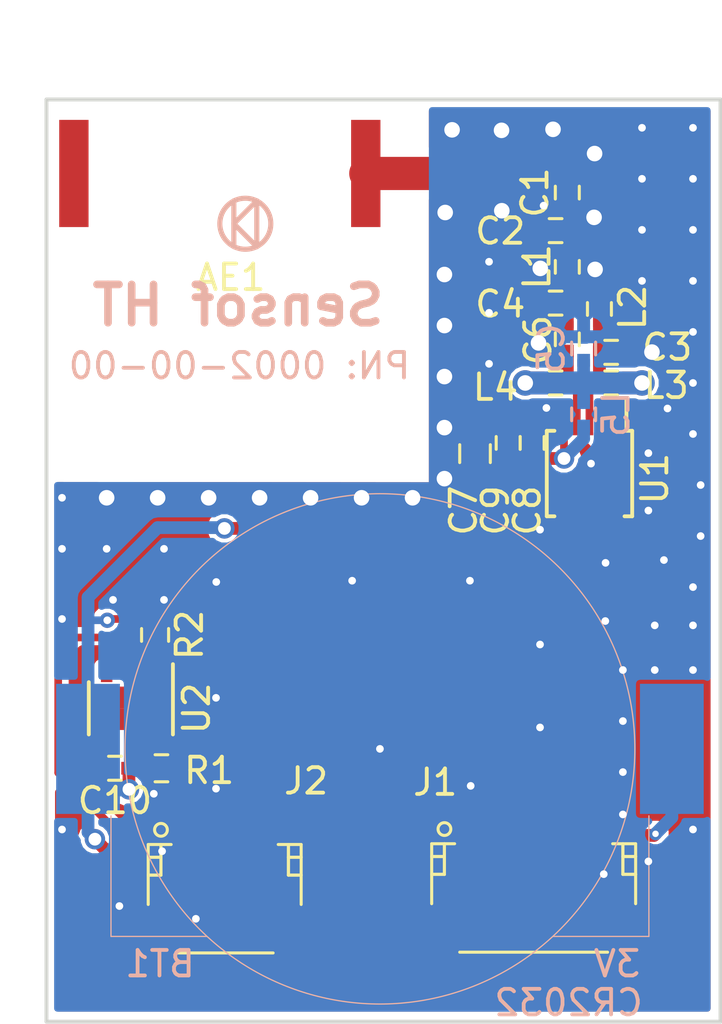
<source format=kicad_pcb>
(kicad_pcb (version 4) (host pcbnew 4.0.7-e2-6376~58~ubuntu16.04.1)

  (general
    (links 48)
    (no_connects 1)
    (area 138.394999 75.784999 164.985001 112.075001)
    (thickness 1.6)
    (drawings 6)
    (tracks 421)
    (zones 0)
    (modules 24)
    (nets 15)
  )

  (page A4)
  (title_block
    (title "Sensof HT")
    (rev 1)
    (company "David Imhoff <dimhoff.devel@gmail.com>")
  )

  (layers
    (0 F.Cu signal)
    (31 B.Cu signal)
    (34 B.Paste user)
    (35 F.Paste user)
    (36 B.SilkS user)
    (37 F.SilkS user)
    (38 B.Mask user)
    (39 F.Mask user)
    (40 Dwgs.User user)
    (41 Cmts.User user)
    (42 Eco1.User user)
    (43 Eco2.User user)
    (44 Edge.Cuts user)
    (45 Margin user)
    (46 B.CrtYd user)
    (47 F.CrtYd user)
    (48 B.Fab user)
    (49 F.Fab user)
  )

  (setup
    (last_trace_width 0.1524)
    (user_trace_width 0.3)
    (user_trace_width 0.5)
    (user_trace_width 0.9)
    (user_trace_width 1.3)
    (trace_clearance 0.1524)
    (zone_clearance 0.26)
    (zone_45_only no)
    (trace_min 0.1524)
    (segment_width 0.2)
    (edge_width 0.15)
    (via_size 0.508)
    (via_drill 0.254)
    (via_min_size 0.508)
    (via_min_drill 0.254)
    (user_via 0.6 0.3)
    (user_via 0.8 0.5)
    (user_via 1 0.6096)
    (uvia_size 0.508)
    (uvia_drill 0.254)
    (uvias_allowed no)
    (uvia_min_size 0)
    (uvia_min_drill 0)
    (pcb_text_width 0.3)
    (pcb_text_size 1.5 1.5)
    (mod_edge_width 0.15)
    (mod_text_size 1 1)
    (mod_text_width 0.15)
    (pad_size 0.63 0.45)
    (pad_drill 0)
    (pad_to_mask_clearance 0.0508)
    (aux_axis_origin 0 0)
    (grid_origin 161.83 86.97)
    (visible_elements FFFEFFFF)
    (pcbplotparams
      (layerselection 0x00030_80000001)
      (usegerberextensions false)
      (excludeedgelayer true)
      (linewidth 0.100000)
      (plotframeref false)
      (viasonmask false)
      (mode 1)
      (useauxorigin false)
      (hpglpennumber 1)
      (hpglpenspeed 20)
      (hpglpendiameter 15)
      (hpglpenoverlay 2)
      (psnegative false)
      (psa4output false)
      (plotreference true)
      (plotvalue true)
      (plotinvisibletext false)
      (padsonsilk false)
      (subtractmaskfromsilk false)
      (outputformat 1)
      (mirror false)
      (drillshape 1)
      (scaleselection 1)
      (outputdirectory ""))
  )

  (net 0 "")
  (net 1 "Net-(AE1-Pad1)")
  (net 2 VDD)
  (net 3 GND)
  (net 4 "Net-(C1-Pad1)")
  (net 5 "Net-(C3-Pad1)")
  (net 6 "Net-(C4-Pad1)")
  (net 7 "Net-(C5-Pad2)")
  (net 8 "Net-(C6-Pad1)")
  (net 9 "Net-(J1-Pad2)")
  (net 10 "Net-(J1-Pad3)")
  (net 11 "Net-(J1-Pad4)")
  (net 12 "Net-(J1-Pad5)")
  (net 13 "Net-(J2-Pad1)")
  (net 14 "Net-(J2-Pad2)")

  (net_class Default "This is the default net class."
    (clearance 0.1524)
    (trace_width 0.1524)
    (via_dia 0.508)
    (via_drill 0.254)
    (uvia_dia 0.508)
    (uvia_drill 0.254)
    (add_net GND)
    (add_net "Net-(AE1-Pad1)")
    (add_net "Net-(C1-Pad1)")
    (add_net "Net-(C3-Pad1)")
    (add_net "Net-(C4-Pad1)")
    (add_net "Net-(C5-Pad2)")
    (add_net "Net-(C6-Pad1)")
    (add_net "Net-(J1-Pad2)")
    (add_net "Net-(J1-Pad3)")
    (add_net "Net-(J1-Pad4)")
    (add_net "Net-(J1-Pad5)")
    (add_net "Net-(J2-Pad1)")
    (add_net "Net-(J2-Pad2)")
    (add_net VDD)
  )

  (module Capacitors_SMD:C_0603 (layer F.Cu) (tedit 5B366C00) (tstamp 5B35F352)
    (at 155.28 89.74 90)
    (descr "Capacitor SMD 0603, reflow soldering, AVX (see smccp.pdf)")
    (tags "capacitor 0603")
    (path /5B33724A)
    (attr smd)
    (fp_text reference C7 (at -2.23 -0.45 90) (layer F.SilkS)
      (effects (font (size 1 1) (thickness 0.15)))
    )
    (fp_text value 2.2uF (at 0 1.5 90) (layer F.Fab)
      (effects (font (size 1 1) (thickness 0.15)))
    )
    (fp_line (start 1.4 0.65) (end -1.4 0.65) (layer F.CrtYd) (width 0.05))
    (fp_line (start 1.4 0.65) (end 1.4 -0.65) (layer F.CrtYd) (width 0.05))
    (fp_line (start -1.4 -0.65) (end -1.4 0.65) (layer F.CrtYd) (width 0.05))
    (fp_line (start -1.4 -0.65) (end 1.4 -0.65) (layer F.CrtYd) (width 0.05))
    (fp_line (start 0.35 0.6) (end -0.35 0.6) (layer F.SilkS) (width 0.12))
    (fp_line (start -0.35 -0.6) (end 0.35 -0.6) (layer F.SilkS) (width 0.12))
    (fp_line (start -0.8 -0.4) (end 0.8 -0.4) (layer F.Fab) (width 0.1))
    (fp_line (start 0.8 -0.4) (end 0.8 0.4) (layer F.Fab) (width 0.1))
    (fp_line (start 0.8 0.4) (end -0.8 0.4) (layer F.Fab) (width 0.1))
    (fp_line (start -0.8 0.4) (end -0.8 -0.4) (layer F.Fab) (width 0.1))
    (fp_text user %R (at 0 0 90) (layer F.Fab)
      (effects (font (size 0.3 0.3) (thickness 0.075)))
    )
    (pad 2 smd rect (at 0.75 0 90) (size 0.8 0.75) (layers F.Cu F.Paste F.Mask)
      (net 3 GND))
    (pad 1 smd rect (at -0.75 0 90) (size 0.8 0.75) (layers F.Cu F.Paste F.Mask)
      (net 2 VDD))
    (model Capacitors_SMD.3dshapes/C_0603.wrl
      (at (xyz 0 0 0))
      (scale (xyz 1 1 1))
      (rotate (xyz 0 0 0))
    )
  )

  (module Capacitors_SMD:C_0402 (layer F.Cu) (tedit 5B366BF8) (tstamp 5B35F363)
    (at 157.52 89.32 90)
    (descr "Capacitor SMD 0402, reflow soldering, AVX (see smccp.pdf)")
    (tags "capacitor 0402")
    (path /5B3372D2)
    (attr smd)
    (fp_text reference C8 (at -2.65 -0.19 90) (layer F.SilkS)
      (effects (font (size 1 1) (thickness 0.15)))
    )
    (fp_text value 1nF (at 0 1.27 90) (layer F.Fab)
      (effects (font (size 1 1) (thickness 0.15)))
    )
    (fp_text user %R (at -2.65 -0.19 90) (layer F.Fab)
      (effects (font (size 1 1) (thickness 0.15)))
    )
    (fp_line (start -0.5 0.25) (end -0.5 -0.25) (layer F.Fab) (width 0.1))
    (fp_line (start 0.5 0.25) (end -0.5 0.25) (layer F.Fab) (width 0.1))
    (fp_line (start 0.5 -0.25) (end 0.5 0.25) (layer F.Fab) (width 0.1))
    (fp_line (start -0.5 -0.25) (end 0.5 -0.25) (layer F.Fab) (width 0.1))
    (fp_line (start 0.25 -0.47) (end -0.25 -0.47) (layer F.SilkS) (width 0.12))
    (fp_line (start -0.25 0.47) (end 0.25 0.47) (layer F.SilkS) (width 0.12))
    (fp_line (start -1 -0.4) (end 1 -0.4) (layer F.CrtYd) (width 0.05))
    (fp_line (start -1 -0.4) (end -1 0.4) (layer F.CrtYd) (width 0.05))
    (fp_line (start 1 0.4) (end 1 -0.4) (layer F.CrtYd) (width 0.05))
    (fp_line (start 1 0.4) (end -1 0.4) (layer F.CrtYd) (width 0.05))
    (pad 1 smd rect (at -0.55 0 90) (size 0.6 0.5) (layers F.Cu F.Paste F.Mask)
      (net 2 VDD))
    (pad 2 smd rect (at 0.55 0 90) (size 0.6 0.5) (layers F.Cu F.Paste F.Mask)
      (net 3 GND))
    (model Capacitors_SMD.3dshapes/C_0402.wrl
      (at (xyz 0 0 0))
      (scale (xyz 1 1 1))
      (rotate (xyz 0 0 0))
    )
  )

  (module Capacitors_SMD:C_0402 (layer F.Cu) (tedit 5B366BF1) (tstamp 5B35F374)
    (at 156.58 89.32 90)
    (descr "Capacitor SMD 0402, reflow soldering, AVX (see smccp.pdf)")
    (tags "capacitor 0402")
    (path /5B33736F)
    (attr smd)
    (fp_text reference C9 (at -2.65 -0.5 90) (layer F.SilkS)
      (effects (font (size 1 1) (thickness 0.15)))
    )
    (fp_text value 270pF (at 0 1.27 90) (layer F.Fab)
      (effects (font (size 1 1) (thickness 0.15)))
    )
    (fp_text user %R (at -2.65 -0.5 90) (layer F.Fab)
      (effects (font (size 1 1) (thickness 0.15)))
    )
    (fp_line (start -0.5 0.25) (end -0.5 -0.25) (layer F.Fab) (width 0.1))
    (fp_line (start 0.5 0.25) (end -0.5 0.25) (layer F.Fab) (width 0.1))
    (fp_line (start 0.5 -0.25) (end 0.5 0.25) (layer F.Fab) (width 0.1))
    (fp_line (start -0.5 -0.25) (end 0.5 -0.25) (layer F.Fab) (width 0.1))
    (fp_line (start 0.25 -0.47) (end -0.25 -0.47) (layer F.SilkS) (width 0.12))
    (fp_line (start -0.25 0.47) (end 0.25 0.47) (layer F.SilkS) (width 0.12))
    (fp_line (start -1 -0.4) (end 1 -0.4) (layer F.CrtYd) (width 0.05))
    (fp_line (start -1 -0.4) (end -1 0.4) (layer F.CrtYd) (width 0.05))
    (fp_line (start 1 0.4) (end 1 -0.4) (layer F.CrtYd) (width 0.05))
    (fp_line (start 1 0.4) (end -1 0.4) (layer F.CrtYd) (width 0.05))
    (pad 1 smd rect (at -0.55 0 90) (size 0.6 0.5) (layers F.Cu F.Paste F.Mask)
      (net 2 VDD))
    (pad 2 smd rect (at 0.55 0 90) (size 0.6 0.5) (layers F.Cu F.Paste F.Mask)
      (net 3 GND))
    (model Capacitors_SMD.3dshapes/C_0402.wrl
      (at (xyz 0 0 0))
      (scale (xyz 1 1 1))
      (rotate (xyz 0 0 0))
    )
  )

  (module Connectors_JST:JST_SH_SM06B-SRSS-TB_06x1.00mm_Angled (layer F.Cu) (tedit 5B374D35) (tstamp 5B35F3A2)
    (at 157.58 106.64)
    (descr http://www.jst-mfg.com/product/pdf/eng/eSH.pdf)
    (tags "connector jst sh")
    (path /5B338736)
    (attr smd)
    (fp_text reference J1 (at -3.86 -4.02) (layer F.SilkS)
      (effects (font (size 1 1) (thickness 0.15)))
    )
    (fp_text value Conn_01x06 (at 0 4.5) (layer F.Fab)
      (effects (font (size 1 1) (thickness 0.15)))
    )
    (fp_circle (center -3.5 -2.1875) (end -3.25 -2.1875) (layer F.SilkS) (width 0.12))
    (fp_line (start -2.9 2.6375) (end 2.9 2.6375) (layer F.SilkS) (width 0.12))
    (fp_line (start -4 0.7375) (end -4 -1.6125) (layer F.SilkS) (width 0.12))
    (fp_line (start -4 -1.6125) (end -3.1 -1.6125) (layer F.SilkS) (width 0.12))
    (fp_line (start -3.5 -1.6125) (end -3.5 -0.4125) (layer F.SilkS) (width 0.12))
    (fp_line (start -3.5 -0.4125) (end -3.5 -0.4125) (layer F.SilkS) (width 0.12))
    (fp_line (start -3.5 -0.4125) (end -3.5 -1.6125) (layer F.SilkS) (width 0.12))
    (fp_line (start -3.5 -1.6125) (end -3.5 -1.6125) (layer F.SilkS) (width 0.12))
    (fp_line (start -3.5 -1.1125) (end -3.5 -1.1125) (layer F.SilkS) (width 0.12))
    (fp_line (start -3.5 -1.1125) (end -4 -1.1125) (layer F.SilkS) (width 0.12))
    (fp_line (start -4 -1.1125) (end -4 -1.1125) (layer F.SilkS) (width 0.12))
    (fp_line (start -4 -1.1125) (end -3.5 -1.1125) (layer F.SilkS) (width 0.12))
    (fp_line (start -3.5 -0.4125) (end -3.5 -0.4125) (layer F.SilkS) (width 0.12))
    (fp_line (start -3.5 -0.4125) (end -4 -0.4125) (layer F.SilkS) (width 0.12))
    (fp_line (start -4 -0.4125) (end -4 -0.4125) (layer F.SilkS) (width 0.12))
    (fp_line (start -4 -0.4125) (end -3.5 -0.4125) (layer F.SilkS) (width 0.12))
    (fp_line (start 4 0.7375) (end 4 -1.6125) (layer F.SilkS) (width 0.12))
    (fp_line (start 4 -1.6125) (end 3.1 -1.6125) (layer F.SilkS) (width 0.12))
    (fp_line (start 3.5 -1.6125) (end 3.5 -0.4125) (layer F.SilkS) (width 0.12))
    (fp_line (start 3.5 -0.4125) (end 3.5 -0.4125) (layer F.SilkS) (width 0.12))
    (fp_line (start 3.5 -0.4125) (end 3.5 -1.6125) (layer F.SilkS) (width 0.12))
    (fp_line (start 3.5 -1.6125) (end 3.5 -1.6125) (layer F.SilkS) (width 0.12))
    (fp_line (start 3.5 -1.1125) (end 3.5 -1.1125) (layer F.SilkS) (width 0.12))
    (fp_line (start 3.5 -1.1125) (end 4 -1.1125) (layer F.SilkS) (width 0.12))
    (fp_line (start 4 -1.1125) (end 4 -1.1125) (layer F.SilkS) (width 0.12))
    (fp_line (start 4 -1.1125) (end 3.5 -1.1125) (layer F.SilkS) (width 0.12))
    (fp_line (start 3.5 -0.4125) (end 3.5 -0.4125) (layer F.SilkS) (width 0.12))
    (fp_line (start 3.5 -0.4125) (end 4 -0.4125) (layer F.SilkS) (width 0.12))
    (fp_line (start 4 -0.4125) (end 4 -0.4125) (layer F.SilkS) (width 0.12))
    (fp_line (start 4 -0.4125) (end 3.5 -0.4125) (layer F.SilkS) (width 0.12))
    (fp_line (start -4.9 3.35) (end -4.9 -3.25) (layer F.CrtYd) (width 0.05))
    (fp_line (start -4.9 -3.25) (end 4.9 -3.25) (layer F.CrtYd) (width 0.05))
    (fp_line (start 4.9 -3.25) (end 4.9 3.35) (layer F.CrtYd) (width 0.05))
    (fp_line (start 4.9 3.35) (end -4.9 3.35) (layer F.CrtYd) (width 0.05))
    (pad 1 smd rect (at -2.5 -1.9375) (size 0.6 1.55) (layers F.Cu F.Paste F.Mask)
      (net 3 GND))
    (pad 2 smd rect (at -1.5 -1.9375) (size 0.6 1.55) (layers F.Cu F.Paste F.Mask)
      (net 9 "Net-(J1-Pad2)"))
    (pad 3 smd rect (at -0.5 -1.9375) (size 0.6 1.55) (layers F.Cu F.Paste F.Mask)
      (net 10 "Net-(J1-Pad3)"))
    (pad 4 smd rect (at 0.5 -1.9375) (size 0.6 1.55) (layers F.Cu F.Paste F.Mask)
      (net 11 "Net-(J1-Pad4)"))
    (pad 5 smd rect (at 1.5 -1.9375) (size 0.6 1.55) (layers F.Cu F.Paste F.Mask)
      (net 12 "Net-(J1-Pad5)"))
    (pad 6 smd rect (at 2.5 -1.9375) (size 0.6 1.55) (layers F.Cu F.Paste F.Mask)
      (net 2 VDD))
    (pad "" smd rect (at -3.8 1.9375) (size 1.2 1.8) (layers F.Cu F.Paste F.Mask))
    (pad "" smd rect (at 3.8 1.9375) (size 1.2 1.8) (layers F.Cu F.Paste F.Mask))
  )

  (module Resistors_SMD:R_0402 (layer F.Cu) (tedit 5B39F9FC) (tstamp 5B35F408)
    (at 142.98 102.07)
    (descr "Resistor SMD 0402, reflow soldering, Vishay (see dcrcw.pdf)")
    (tags "resistor 0402")
    (path /5B338562)
    (attr smd)
    (fp_text reference R1 (at 1.87 0.09) (layer F.SilkS)
      (effects (font (size 1 1) (thickness 0.15)))
    )
    (fp_text value 10k (at 0 1.45) (layer F.Fab)
      (effects (font (size 1 1) (thickness 0.15)))
    )
    (fp_text user %R (at 1.87 0.09) (layer F.Fab)
      (effects (font (size 1 1) (thickness 0.15)))
    )
    (fp_line (start -0.5 0.25) (end -0.5 -0.25) (layer F.Fab) (width 0.1))
    (fp_line (start 0.5 0.25) (end -0.5 0.25) (layer F.Fab) (width 0.1))
    (fp_line (start 0.5 -0.25) (end 0.5 0.25) (layer F.Fab) (width 0.1))
    (fp_line (start -0.5 -0.25) (end 0.5 -0.25) (layer F.Fab) (width 0.1))
    (fp_line (start 0.25 -0.53) (end -0.25 -0.53) (layer F.SilkS) (width 0.12))
    (fp_line (start -0.25 0.53) (end 0.25 0.53) (layer F.SilkS) (width 0.12))
    (fp_line (start -0.8 -0.45) (end 0.8 -0.45) (layer F.CrtYd) (width 0.05))
    (fp_line (start -0.8 -0.45) (end -0.8 0.45) (layer F.CrtYd) (width 0.05))
    (fp_line (start 0.8 0.45) (end 0.8 -0.45) (layer F.CrtYd) (width 0.05))
    (fp_line (start 0.8 0.45) (end -0.8 0.45) (layer F.CrtYd) (width 0.05))
    (pad 1 smd rect (at -0.45 0) (size 0.4 0.6) (layers F.Cu F.Paste F.Mask)
      (net 2 VDD))
    (pad 2 smd rect (at 0.45 0) (size 0.4 0.6) (layers F.Cu F.Paste F.Mask)
      (net 13 "Net-(J2-Pad1)"))
    (model ${KISYS3DMOD}/Resistors_SMD.3dshapes/R_0402.wrl
      (at (xyz 0 0 0))
      (scale (xyz 1 1 1))
      (rotate (xyz 0 0 0))
    )
  )

  (module Resistors_SMD:R_0402 (layer F.Cu) (tedit 58E0A804) (tstamp 5B35F419)
    (at 142.73 96.845 270)
    (descr "Resistor SMD 0402, reflow soldering, Vishay (see dcrcw.pdf)")
    (tags "resistor 0402")
    (path /5B33839F)
    (attr smd)
    (fp_text reference R2 (at 0 -1.35 270) (layer F.SilkS)
      (effects (font (size 1 1) (thickness 0.15)))
    )
    (fp_text value 10k (at 0 1.45 270) (layer F.Fab)
      (effects (font (size 1 1) (thickness 0.15)))
    )
    (fp_text user %R (at 0 -1.35 270) (layer F.Fab)
      (effects (font (size 1 1) (thickness 0.15)))
    )
    (fp_line (start -0.5 0.25) (end -0.5 -0.25) (layer F.Fab) (width 0.1))
    (fp_line (start 0.5 0.25) (end -0.5 0.25) (layer F.Fab) (width 0.1))
    (fp_line (start 0.5 -0.25) (end 0.5 0.25) (layer F.Fab) (width 0.1))
    (fp_line (start -0.5 -0.25) (end 0.5 -0.25) (layer F.Fab) (width 0.1))
    (fp_line (start 0.25 -0.53) (end -0.25 -0.53) (layer F.SilkS) (width 0.12))
    (fp_line (start -0.25 0.53) (end 0.25 0.53) (layer F.SilkS) (width 0.12))
    (fp_line (start -0.8 -0.45) (end 0.8 -0.45) (layer F.CrtYd) (width 0.05))
    (fp_line (start -0.8 -0.45) (end -0.8 0.45) (layer F.CrtYd) (width 0.05))
    (fp_line (start 0.8 0.45) (end 0.8 -0.45) (layer F.CrtYd) (width 0.05))
    (fp_line (start 0.8 0.45) (end -0.8 0.45) (layer F.CrtYd) (width 0.05))
    (pad 1 smd rect (at -0.45 0 270) (size 0.4 0.6) (layers F.Cu F.Paste F.Mask)
      (net 2 VDD))
    (pad 2 smd rect (at 0.45 0 270) (size 0.4 0.6) (layers F.Cu F.Paste F.Mask)
      (net 14 "Net-(J2-Pad2)"))
    (model ${KISYS3DMOD}/Resistors_SMD.3dshapes/R_0402.wrl
      (at (xyz 0 0 0))
      (scale (xyz 1 1 1))
      (rotate (xyz 0 0 0))
    )
  )

  (module Housings_SSOP:MSOP-10_3x3mm_Pitch0.5mm (layer F.Cu) (tedit 5B39FDCA) (tstamp 5B35F44A)
    (at 159.77 90.52 270)
    (descr "10-Lead Plastic Micro Small Outline Package (MS) [MSOP] (see Microchip Packaging Specification 00000049BS.pdf)")
    (tags "SSOP 0.5")
    (path /5B3260C4)
    (attr smd)
    (fp_text reference U1 (at 0.2 -2.56 270) (layer F.SilkS)
      (effects (font (size 1 1) (thickness 0.15)))
    )
    (fp_text value Si4010-GT (at 0 2.6 270) (layer F.Fab)
      (effects (font (size 1 1) (thickness 0.15)))
    )
    (fp_line (start -0.5 -1.5) (end 1.5 -1.5) (layer F.Fab) (width 0.15))
    (fp_line (start 1.5 -1.5) (end 1.5 1.5) (layer F.Fab) (width 0.15))
    (fp_line (start 1.5 1.5) (end -1.5 1.5) (layer F.Fab) (width 0.15))
    (fp_line (start -1.5 1.5) (end -1.5 -0.5) (layer F.Fab) (width 0.15))
    (fp_line (start -1.5 -0.5) (end -0.5 -1.5) (layer F.Fab) (width 0.15))
    (fp_line (start -3.15 -1.85) (end -3.15 1.85) (layer F.CrtYd) (width 0.05))
    (fp_line (start 3.15 -1.85) (end 3.15 1.85) (layer F.CrtYd) (width 0.05))
    (fp_line (start -3.15 -1.85) (end 3.15 -1.85) (layer F.CrtYd) (width 0.05))
    (fp_line (start -3.15 1.85) (end 3.15 1.85) (layer F.CrtYd) (width 0.05))
    (fp_line (start -1.675 -1.675) (end -1.675 -1.45) (layer F.SilkS) (width 0.15))
    (fp_line (start 1.675 -1.675) (end 1.675 -1.375) (layer F.SilkS) (width 0.15))
    (fp_line (start 1.675 1.675) (end 1.675 1.375) (layer F.SilkS) (width 0.15))
    (fp_line (start -1.675 1.675) (end -1.675 1.375) (layer F.SilkS) (width 0.15))
    (fp_line (start -1.675 -1.675) (end 1.675 -1.675) (layer F.SilkS) (width 0.15))
    (fp_line (start -1.675 1.675) (end 1.675 1.675) (layer F.SilkS) (width 0.15))
    (fp_line (start -1.675 -1.45) (end -2.9 -1.45) (layer F.SilkS) (width 0.15))
    (fp_text user %R (at 0 0 270) (layer F.Fab)
      (effects (font (size 0.6 0.6) (thickness 0.15)))
    )
    (pad 1 smd rect (at -2.2 -1 270) (size 1.4 0.3) (layers F.Cu F.Paste F.Mask)
      (net 12 "Net-(J1-Pad5)"))
    (pad 2 smd rect (at -2.2 -0.5 270) (size 1.4 0.3) (layers F.Cu F.Paste F.Mask)
      (net 3 GND))
    (pad 3 smd rect (at -2.2 0 270) (size 1.4 0.3) (layers F.Cu F.Paste F.Mask)
      (net 5 "Net-(C3-Pad1)"))
    (pad 4 smd rect (at -2.2 0.5 270) (size 1.4 0.3) (layers F.Cu F.Paste F.Mask)
      (net 8 "Net-(C6-Pad1)"))
    (pad 5 smd rect (at -2.2 1 270) (size 1.4 0.3) (layers F.Cu F.Paste F.Mask)
      (net 2 VDD))
    (pad 6 smd rect (at 2.2 1 270) (size 1.4 0.3) (layers F.Cu F.Paste F.Mask)
      (net 9 "Net-(J1-Pad2)"))
    (pad 7 smd rect (at 2.2 0.5 270) (size 1.4 0.3) (layers F.Cu F.Paste F.Mask)
      (net 10 "Net-(J1-Pad3)"))
    (pad 8 smd rect (at 2.2 0 270) (size 1.4 0.3) (layers F.Cu F.Paste F.Mask)
      (net 11 "Net-(J1-Pad4)"))
    (pad 9 smd rect (at 2.2 -0.5 270) (size 1.4 0.3) (layers F.Cu F.Paste F.Mask)
      (net 14 "Net-(J2-Pad2)"))
    (pad 10 smd rect (at 2.2 -1 270) (size 1.4 0.3) (layers F.Cu F.Paste F.Mask)
      (net 13 "Net-(J2-Pad1)"))
    (model ${KISYS3DMOD}/Housings_SSOP.3dshapes/MSOP-10_3x3mm_Pitch0.5mm.wrl
      (at (xyz 0 0 0))
      (scale (xyz 1 1 1))
      (rotate (xyz 0 0 0))
    )
  )

  (module Housings_DFN_QFN:DFN-6-1EP_3x3mm_Pitch0.95mm (layer F.Cu) (tedit 54130A77) (tstamp 5B35F463)
    (at 141.78 99.72 270)
    (descr "DFN6 3*3 MM, 0.95 PITCH; CASE 506AH-01 (see ON Semiconductor 506AH.PDF)")
    (tags "DFN 0.95")
    (path /5B338116)
    (attr smd)
    (fp_text reference U2 (at 0 -2.575 270) (layer F.SilkS)
      (effects (font (size 1 1) (thickness 0.15)))
    )
    (fp_text value HTU21D (at 0 2.575 270) (layer F.Fab)
      (effects (font (size 1 1) (thickness 0.15)))
    )
    (fp_line (start -0.5 -1.5) (end 1.5 -1.5) (layer F.Fab) (width 0.15))
    (fp_line (start 1.5 -1.5) (end 1.5 1.5) (layer F.Fab) (width 0.15))
    (fp_line (start 1.5 1.5) (end -1.5 1.5) (layer F.Fab) (width 0.15))
    (fp_line (start -1.5 1.5) (end -1.5 -0.5) (layer F.Fab) (width 0.15))
    (fp_line (start -1.5 -0.5) (end -0.5 -1.5) (layer F.Fab) (width 0.15))
    (fp_line (start -1.9 -1.85) (end -1.9 1.85) (layer F.CrtYd) (width 0.05))
    (fp_line (start 1.9 -1.85) (end 1.9 1.85) (layer F.CrtYd) (width 0.05))
    (fp_line (start -1.9 -1.85) (end 1.9 -1.85) (layer F.CrtYd) (width 0.05))
    (fp_line (start -1.9 1.85) (end 1.9 1.85) (layer F.CrtYd) (width 0.05))
    (fp_line (start -1.025 1.65) (end 1.025 1.65) (layer F.SilkS) (width 0.15))
    (fp_line (start -1.73 -1.65) (end 1.025 -1.65) (layer F.SilkS) (width 0.15))
    (pad 1 smd rect (at -1.34 -0.95 270) (size 0.63 0.45) (layers F.Cu F.Paste F.Mask)
      (net 14 "Net-(J2-Pad2)"))
    (pad 2 smd rect (at -1.34 0 270) (size 0.63 0.45) (layers F.Cu F.Paste F.Mask)
      (net 3 GND))
    (pad 3 smd rect (at -1.34 0.95 270) (size 0.63 0.45) (layers F.Cu F.Paste F.Mask))
    (pad 4 smd rect (at 1.34 0.95 270) (size 0.63 0.45) (layers F.Cu F.Paste F.Mask))
    (pad 5 smd rect (at 1.34 0 270) (size 0.63 0.45) (layers F.Cu F.Paste F.Mask)
      (net 2 VDD))
    (pad 6 smd rect (at 1.34 -0.95 270) (size 0.63 0.45) (layers F.Cu F.Paste F.Mask)
      (net 13 "Net-(J2-Pad1)"))
    (pad 7 smd rect (at 0.425 0.65 270) (size 0.85 1.3) (layers F.Cu F.Paste F.Mask)
      (solder_paste_margin_ratio -0.2))
    (pad 7 smd rect (at 0.425 -0.65 270) (size 0.85 1.3) (layers F.Cu F.Paste F.Mask)
      (solder_paste_margin_ratio -0.2))
    (pad 7 smd rect (at -0.425 0.65 270) (size 0.85 1.3) (layers F.Cu F.Paste F.Mask)
      (solder_paste_margin_ratio -0.2))
    (pad 7 smd rect (at -0.425 -0.65 270) (size 0.85 1.3) (layers F.Cu F.Paste F.Mask)
      (solder_paste_margin_ratio -0.2))
    (model ${KISYS3DMOD}/Housings_DFN_QFN.3dshapes/DFN-6-1EP_3x3mm_Pitch0.95mm.wrl
      (at (xyz 0 0 0))
      (scale (xyz 1 1 1))
      (rotate (xyz 0 0 0))
    )
  )

  (module silabs_0402:C_0402 (layer F.Cu) (tedit 5B3606A4) (tstamp 5B3609B5)
    (at 158.9 79.51 90)
    (descr "Capacitor SMD 0402, reflow soldering, AVX (see smccp.pdf)")
    (tags "capacitor 0402")
    (path /5B335CE5)
    (attr smd)
    (fp_text reference C1 (at 0 -1.27 90) (layer F.SilkS)
      (effects (font (size 1 1) (thickness 0.15)))
    )
    (fp_text value 270pF (at 0 1.27 90) (layer F.Fab)
      (effects (font (size 1 1) (thickness 0.15)))
    )
    (fp_line (start -0.5 0.25) (end -0.5 -0.25) (layer F.Fab) (width 0.1))
    (fp_line (start 0.5 0.25) (end -0.5 0.25) (layer F.Fab) (width 0.1))
    (fp_line (start 0.5 -0.25) (end 0.5 0.25) (layer F.Fab) (width 0.1))
    (fp_line (start -0.5 -0.25) (end 0.5 -0.25) (layer F.Fab) (width 0.1))
    (fp_line (start 0.25 -0.47) (end -0.25 -0.47) (layer F.SilkS) (width 0.12))
    (fp_line (start -0.25 0.47) (end 0.25 0.47) (layer F.SilkS) (width 0.12))
    (fp_line (start -0.9906 -0.4) (end 0.9906 -0.4) (layer F.CrtYd) (width 0.05))
    (fp_line (start -0.9906 -0.4) (end -0.9906 0.4) (layer F.CrtYd) (width 0.05))
    (fp_line (start 0.9906 0.4) (end 0.9906 -0.4) (layer F.CrtYd) (width 0.05))
    (fp_line (start 0.9906 0.4) (end -0.9906 0.4) (layer F.CrtYd) (width 0.05))
    (pad 1 smd rect (at -0.46 0 90) (size 0.5 0.5) (layers F.Cu F.Paste F.Mask)
      (net 4 "Net-(C1-Pad1)"))
    (pad 2 smd rect (at 0.46 0 90) (size 0.5 0.5) (layers F.Cu F.Paste F.Mask)
      (net 1 "Net-(AE1-Pad1)"))
    (model Capacitors_SMD.3dshapes/C_0402.wrl
      (at (xyz 0 0 0))
      (scale (xyz 1 1 1))
      (rotate (xyz 0 0 0))
    )
  )

  (module silabs_0402:C_0402 (layer F.Cu) (tedit 5B360A8C) (tstamp 5B3609C4)
    (at 158.44 81 180)
    (descr "Capacitor SMD 0402, reflow soldering, AVX (see smccp.pdf)")
    (tags "capacitor 0402")
    (path /5B335BEA)
    (attr smd)
    (fp_text reference C2 (at 2.17 -0.02 180) (layer F.SilkS)
      (effects (font (size 1 1) (thickness 0.15)))
    )
    (fp_text value 6.8pF (at 0 1.27 180) (layer F.Fab)
      (effects (font (size 1 1) (thickness 0.15)))
    )
    (fp_line (start -0.5 0.25) (end -0.5 -0.25) (layer F.Fab) (width 0.1))
    (fp_line (start 0.5 0.25) (end -0.5 0.25) (layer F.Fab) (width 0.1))
    (fp_line (start 0.5 -0.25) (end 0.5 0.25) (layer F.Fab) (width 0.1))
    (fp_line (start -0.5 -0.25) (end 0.5 -0.25) (layer F.Fab) (width 0.1))
    (fp_line (start 0.25 -0.47) (end -0.25 -0.47) (layer F.SilkS) (width 0.12))
    (fp_line (start -0.25 0.47) (end 0.25 0.47) (layer F.SilkS) (width 0.12))
    (fp_line (start -0.9906 -0.4) (end 0.9906 -0.4) (layer F.CrtYd) (width 0.05))
    (fp_line (start -0.9906 -0.4) (end -0.9906 0.4) (layer F.CrtYd) (width 0.05))
    (fp_line (start 0.9906 0.4) (end 0.9906 -0.4) (layer F.CrtYd) (width 0.05))
    (fp_line (start 0.9906 0.4) (end -0.9906 0.4) (layer F.CrtYd) (width 0.05))
    (pad 1 smd rect (at -0.46 0 180) (size 0.5 0.5) (layers F.Cu F.Paste F.Mask)
      (net 4 "Net-(C1-Pad1)"))
    (pad 2 smd rect (at 0.46 0 180) (size 0.5 0.5) (layers F.Cu F.Paste F.Mask)
      (net 3 GND))
    (model Capacitors_SMD.3dshapes/C_0402.wrl
      (at (xyz 0 0 0))
      (scale (xyz 1 1 1))
      (rotate (xyz 0 0 0))
    )
  )

  (module silabs_0402:C_0402 (layer F.Cu) (tedit 5B360A66) (tstamp 5B3609D3)
    (at 160.62 85.77)
    (descr "Capacitor SMD 0402, reflow soldering, AVX (see smccp.pdf)")
    (tags "capacitor 0402")
    (path /5B335BB7)
    (attr smd)
    (fp_text reference C3 (at 2.2 -0.2) (layer F.SilkS)
      (effects (font (size 1 1) (thickness 0.15)))
    )
    (fp_text value 4.3pF (at 0 1.27) (layer F.Fab)
      (effects (font (size 1 1) (thickness 0.15)))
    )
    (fp_line (start -0.5 0.25) (end -0.5 -0.25) (layer F.Fab) (width 0.1))
    (fp_line (start 0.5 0.25) (end -0.5 0.25) (layer F.Fab) (width 0.1))
    (fp_line (start 0.5 -0.25) (end 0.5 0.25) (layer F.Fab) (width 0.1))
    (fp_line (start -0.5 -0.25) (end 0.5 -0.25) (layer F.Fab) (width 0.1))
    (fp_line (start 0.25 -0.47) (end -0.25 -0.47) (layer F.SilkS) (width 0.12))
    (fp_line (start -0.25 0.47) (end 0.25 0.47) (layer F.SilkS) (width 0.12))
    (fp_line (start -0.9906 -0.4) (end 0.9906 -0.4) (layer F.CrtYd) (width 0.05))
    (fp_line (start -0.9906 -0.4) (end -0.9906 0.4) (layer F.CrtYd) (width 0.05))
    (fp_line (start 0.9906 0.4) (end 0.9906 -0.4) (layer F.CrtYd) (width 0.05))
    (fp_line (start 0.9906 0.4) (end -0.9906 0.4) (layer F.CrtYd) (width 0.05))
    (pad 1 smd rect (at -0.46 0) (size 0.5 0.5) (layers F.Cu F.Paste F.Mask)
      (net 5 "Net-(C3-Pad1)"))
    (pad 2 smd rect (at 0.46 0) (size 0.5 0.5) (layers F.Cu F.Paste F.Mask)
      (net 3 GND))
    (model Capacitors_SMD.3dshapes/C_0402.wrl
      (at (xyz 0 0 0))
      (scale (xyz 1 1 1))
      (rotate (xyz 0 0 0))
    )
  )

  (module silabs_0402:C_0402 (layer F.Cu) (tedit 5B360A7A) (tstamp 5B3609E2)
    (at 158.44 83.84 180)
    (descr "Capacitor SMD 0402, reflow soldering, AVX (see smccp.pdf)")
    (tags "capacitor 0402")
    (path /5B335C6D)
    (attr smd)
    (fp_text reference C4 (at 2.17 -0.04 180) (layer F.SilkS)
      (effects (font (size 1 1) (thickness 0.15)))
    )
    (fp_text value 6.8pF (at 0 1.27 180) (layer F.Fab)
      (effects (font (size 1 1) (thickness 0.15)))
    )
    (fp_line (start -0.5 0.25) (end -0.5 -0.25) (layer F.Fab) (width 0.1))
    (fp_line (start 0.5 0.25) (end -0.5 0.25) (layer F.Fab) (width 0.1))
    (fp_line (start 0.5 -0.25) (end 0.5 0.25) (layer F.Fab) (width 0.1))
    (fp_line (start -0.5 -0.25) (end 0.5 -0.25) (layer F.Fab) (width 0.1))
    (fp_line (start 0.25 -0.47) (end -0.25 -0.47) (layer F.SilkS) (width 0.12))
    (fp_line (start -0.25 0.47) (end 0.25 0.47) (layer F.SilkS) (width 0.12))
    (fp_line (start -0.9906 -0.4) (end 0.9906 -0.4) (layer F.CrtYd) (width 0.05))
    (fp_line (start -0.9906 -0.4) (end -0.9906 0.4) (layer F.CrtYd) (width 0.05))
    (fp_line (start 0.9906 0.4) (end 0.9906 -0.4) (layer F.CrtYd) (width 0.05))
    (fp_line (start 0.9906 0.4) (end -0.9906 0.4) (layer F.CrtYd) (width 0.05))
    (pad 1 smd rect (at -0.46 0 180) (size 0.5 0.5) (layers F.Cu F.Paste F.Mask)
      (net 6 "Net-(C4-Pad1)"))
    (pad 2 smd rect (at 0.46 0 180) (size 0.5 0.5) (layers F.Cu F.Paste F.Mask)
      (net 3 GND))
    (model Capacitors_SMD.3dshapes/C_0402.wrl
      (at (xyz 0 0 0))
      (scale (xyz 1 1 1))
      (rotate (xyz 0 0 0))
    )
  )

  (module silabs_0402:C_0402 (layer B.Cu) (tedit 5B3606A4) (tstamp 5B3609F1)
    (at 159.54 85.62 270)
    (descr "Capacitor SMD 0402, reflow soldering, AVX (see smccp.pdf)")
    (tags "capacitor 0402")
    (path /5B335AB5)
    (attr smd)
    (fp_text reference C5 (at 0 1.27 270) (layer B.SilkS)
      (effects (font (size 1 1) (thickness 0.15)) (justify mirror))
    )
    (fp_text value 2.7pF (at 0 -1.27 270) (layer B.Fab)
      (effects (font (size 1 1) (thickness 0.15)) (justify mirror))
    )
    (fp_line (start -0.5 -0.25) (end -0.5 0.25) (layer B.Fab) (width 0.1))
    (fp_line (start 0.5 -0.25) (end -0.5 -0.25) (layer B.Fab) (width 0.1))
    (fp_line (start 0.5 0.25) (end 0.5 -0.25) (layer B.Fab) (width 0.1))
    (fp_line (start -0.5 0.25) (end 0.5 0.25) (layer B.Fab) (width 0.1))
    (fp_line (start 0.25 0.47) (end -0.25 0.47) (layer B.SilkS) (width 0.12))
    (fp_line (start -0.25 -0.47) (end 0.25 -0.47) (layer B.SilkS) (width 0.12))
    (fp_line (start -0.9906 0.4) (end 0.9906 0.4) (layer B.CrtYd) (width 0.05))
    (fp_line (start -0.9906 0.4) (end -0.9906 -0.4) (layer B.CrtYd) (width 0.05))
    (fp_line (start 0.9906 -0.4) (end 0.9906 0.4) (layer B.CrtYd) (width 0.05))
    (fp_line (start 0.9906 -0.4) (end -0.9906 -0.4) (layer B.CrtYd) (width 0.05))
    (pad 1 smd rect (at -0.46 0 270) (size 0.5 0.5) (layers B.Cu B.Paste B.Mask)
      (net 3 GND))
    (pad 2 smd rect (at 0.46 0 270) (size 0.5 0.5) (layers B.Cu B.Paste B.Mask)
      (net 7 "Net-(C5-Pad2)"))
    (model Capacitors_SMD.3dshapes/C_0402.wrl
      (at (xyz 0 0 0))
      (scale (xyz 1 1 1))
      (rotate (xyz 0 0 0))
    )
  )

  (module silabs_0402:C_0402 (layer F.Cu) (tedit 5B360A80) (tstamp 5B360A00)
    (at 158.9 85.26 90)
    (descr "Capacitor SMD 0402, reflow soldering, AVX (see smccp.pdf)")
    (tags "capacitor 0402")
    (path /5B335D78)
    (attr smd)
    (fp_text reference C6 (at -0.03 -1.15 90) (layer F.SilkS)
      (effects (font (size 1 1) (thickness 0.15)))
    )
    (fp_text value 1.8pF (at 0 1.27 90) (layer F.Fab)
      (effects (font (size 1 1) (thickness 0.15)))
    )
    (fp_line (start -0.5 0.25) (end -0.5 -0.25) (layer F.Fab) (width 0.1))
    (fp_line (start 0.5 0.25) (end -0.5 0.25) (layer F.Fab) (width 0.1))
    (fp_line (start 0.5 -0.25) (end 0.5 0.25) (layer F.Fab) (width 0.1))
    (fp_line (start -0.5 -0.25) (end 0.5 -0.25) (layer F.Fab) (width 0.1))
    (fp_line (start 0.25 -0.47) (end -0.25 -0.47) (layer F.SilkS) (width 0.12))
    (fp_line (start -0.25 0.47) (end 0.25 0.47) (layer F.SilkS) (width 0.12))
    (fp_line (start -0.9906 -0.4) (end 0.9906 -0.4) (layer F.CrtYd) (width 0.05))
    (fp_line (start -0.9906 -0.4) (end -0.9906 0.4) (layer F.CrtYd) (width 0.05))
    (fp_line (start 0.9906 0.4) (end 0.9906 -0.4) (layer F.CrtYd) (width 0.05))
    (fp_line (start 0.9906 0.4) (end -0.9906 0.4) (layer F.CrtYd) (width 0.05))
    (pad 1 smd rect (at -0.46 0 90) (size 0.5 0.5) (layers F.Cu F.Paste F.Mask)
      (net 8 "Net-(C6-Pad1)"))
    (pad 2 smd rect (at 0.46 0 90) (size 0.5 0.5) (layers F.Cu F.Paste F.Mask)
      (net 6 "Net-(C4-Pad1)"))
    (model Capacitors_SMD.3dshapes/C_0402.wrl
      (at (xyz 0 0 0))
      (scale (xyz 1 1 1))
      (rotate (xyz 0 0 0))
    )
  )

  (module silabs_0402:C_0402 (layer F.Cu) (tedit 5B360A93) (tstamp 5B360A0F)
    (at 158.9 82.42 90)
    (descr "Capacitor SMD 0402, reflow soldering, AVX (see smccp.pdf)")
    (tags "capacitor 0402")
    (path /5B335FEA)
    (attr smd)
    (fp_text reference L1 (at 0 -1.19 90) (layer F.SilkS)
      (effects (font (size 1 1) (thickness 0.15)))
    )
    (fp_text value 18nH (at 0 1.27 90) (layer F.Fab)
      (effects (font (size 1 1) (thickness 0.15)))
    )
    (fp_line (start -0.5 0.25) (end -0.5 -0.25) (layer F.Fab) (width 0.1))
    (fp_line (start 0.5 0.25) (end -0.5 0.25) (layer F.Fab) (width 0.1))
    (fp_line (start 0.5 -0.25) (end 0.5 0.25) (layer F.Fab) (width 0.1))
    (fp_line (start -0.5 -0.25) (end 0.5 -0.25) (layer F.Fab) (width 0.1))
    (fp_line (start 0.25 -0.47) (end -0.25 -0.47) (layer F.SilkS) (width 0.12))
    (fp_line (start -0.25 0.47) (end 0.25 0.47) (layer F.SilkS) (width 0.12))
    (fp_line (start -0.9906 -0.4) (end 0.9906 -0.4) (layer F.CrtYd) (width 0.05))
    (fp_line (start -0.9906 -0.4) (end -0.9906 0.4) (layer F.CrtYd) (width 0.05))
    (fp_line (start 0.9906 0.4) (end 0.9906 -0.4) (layer F.CrtYd) (width 0.05))
    (fp_line (start 0.9906 0.4) (end -0.9906 0.4) (layer F.CrtYd) (width 0.05))
    (pad 1 smd rect (at -0.46 0 90) (size 0.5 0.5) (layers F.Cu F.Paste F.Mask)
      (net 6 "Net-(C4-Pad1)"))
    (pad 2 smd rect (at 0.46 0 90) (size 0.5 0.5) (layers F.Cu F.Paste F.Mask)
      (net 4 "Net-(C1-Pad1)"))
    (model Capacitors_SMD.3dshapes/C_0402.wrl
      (at (xyz 0 0 0))
      (scale (xyz 1 1 1))
      (rotate (xyz 0 0 0))
    )
  )

  (module silabs_0402:C_0402 (layer F.Cu) (tedit 5B360A6D) (tstamp 5B360A1E)
    (at 160.16 84.07 90)
    (descr "Capacitor SMD 0402, reflow soldering, AVX (see smccp.pdf)")
    (tags "capacitor 0402")
    (path /5B335F9B)
    (attr smd)
    (fp_text reference L2 (at 0.06 1.3 90) (layer F.SilkS)
      (effects (font (size 1 1) (thickness 0.15)))
    )
    (fp_text value 56nH (at 0 1.27 90) (layer F.Fab)
      (effects (font (size 1 1) (thickness 0.15)))
    )
    (fp_line (start -0.5 0.25) (end -0.5 -0.25) (layer F.Fab) (width 0.1))
    (fp_line (start 0.5 0.25) (end -0.5 0.25) (layer F.Fab) (width 0.1))
    (fp_line (start 0.5 -0.25) (end 0.5 0.25) (layer F.Fab) (width 0.1))
    (fp_line (start -0.5 -0.25) (end 0.5 -0.25) (layer F.Fab) (width 0.1))
    (fp_line (start 0.25 -0.47) (end -0.25 -0.47) (layer F.SilkS) (width 0.12))
    (fp_line (start -0.25 0.47) (end 0.25 0.47) (layer F.SilkS) (width 0.12))
    (fp_line (start -0.9906 -0.4) (end 0.9906 -0.4) (layer F.CrtYd) (width 0.05))
    (fp_line (start -0.9906 -0.4) (end -0.9906 0.4) (layer F.CrtYd) (width 0.05))
    (fp_line (start 0.9906 0.4) (end 0.9906 -0.4) (layer F.CrtYd) (width 0.05))
    (fp_line (start 0.9906 0.4) (end -0.9906 0.4) (layer F.CrtYd) (width 0.05))
    (pad 1 smd rect (at -0.46 0 90) (size 0.5 0.5) (layers F.Cu F.Paste F.Mask)
      (net 5 "Net-(C3-Pad1)"))
    (pad 2 smd rect (at 0.46 0 90) (size 0.5 0.5) (layers F.Cu F.Paste F.Mask)
      (net 6 "Net-(C4-Pad1)"))
    (model Capacitors_SMD.3dshapes/C_0402.wrl
      (at (xyz 0 0 0))
      (scale (xyz 1 1 1))
      (rotate (xyz 0 0 0))
    )
  )

  (module silabs_0402:C_0402 (layer F.Cu) (tedit 5B360A64) (tstamp 5B360A2D)
    (at 160.62 86.97)
    (descr "Capacitor SMD 0402, reflow soldering, AVX (see smccp.pdf)")
    (tags "capacitor 0402")
    (path /5B335F09)
    (attr smd)
    (fp_text reference L3 (at 2.16 0.1) (layer F.SilkS)
      (effects (font (size 1 1) (thickness 0.15)))
    )
    (fp_text value 16nH (at 0 1.27) (layer F.Fab)
      (effects (font (size 1 1) (thickness 0.15)))
    )
    (fp_line (start -0.5 0.25) (end -0.5 -0.25) (layer F.Fab) (width 0.1))
    (fp_line (start 0.5 0.25) (end -0.5 0.25) (layer F.Fab) (width 0.1))
    (fp_line (start 0.5 -0.25) (end 0.5 0.25) (layer F.Fab) (width 0.1))
    (fp_line (start -0.5 -0.25) (end 0.5 -0.25) (layer F.Fab) (width 0.1))
    (fp_line (start 0.25 -0.47) (end -0.25 -0.47) (layer F.SilkS) (width 0.12))
    (fp_line (start -0.25 0.47) (end 0.25 0.47) (layer F.SilkS) (width 0.12))
    (fp_line (start -0.9906 -0.4) (end 0.9906 -0.4) (layer F.CrtYd) (width 0.05))
    (fp_line (start -0.9906 -0.4) (end -0.9906 0.4) (layer F.CrtYd) (width 0.05))
    (fp_line (start 0.9906 0.4) (end 0.9906 -0.4) (layer F.CrtYd) (width 0.05))
    (fp_line (start 0.9906 0.4) (end -0.9906 0.4) (layer F.CrtYd) (width 0.05))
    (pad 1 smd rect (at -0.46 0) (size 0.5 0.5) (layers F.Cu F.Paste F.Mask)
      (net 5 "Net-(C3-Pad1)"))
    (pad 2 smd rect (at 0.46 0) (size 0.5 0.5) (layers F.Cu F.Paste F.Mask)
      (net 7 "Net-(C5-Pad2)"))
    (model Capacitors_SMD.3dshapes/C_0402.wrl
      (at (xyz 0 0 0))
      (scale (xyz 1 1 1))
      (rotate (xyz 0 0 0))
    )
  )

  (module silabs_0402:C_0402 (layer F.Cu) (tedit 5B360A7E) (tstamp 5B360A3C)
    (at 158.44 86.97)
    (descr "Capacitor SMD 0402, reflow soldering, AVX (see smccp.pdf)")
    (tags "capacitor 0402")
    (path /5B335EA8)
    (attr smd)
    (fp_text reference L4 (at -2.36 0.17) (layer F.SilkS)
      (effects (font (size 1 1) (thickness 0.15)))
    )
    (fp_text value 16nH (at 0 1.27) (layer F.Fab)
      (effects (font (size 1 1) (thickness 0.15)))
    )
    (fp_line (start -0.5 0.25) (end -0.5 -0.25) (layer F.Fab) (width 0.1))
    (fp_line (start 0.5 0.25) (end -0.5 0.25) (layer F.Fab) (width 0.1))
    (fp_line (start 0.5 -0.25) (end 0.5 0.25) (layer F.Fab) (width 0.1))
    (fp_line (start -0.5 -0.25) (end 0.5 -0.25) (layer F.Fab) (width 0.1))
    (fp_line (start 0.25 -0.47) (end -0.25 -0.47) (layer F.SilkS) (width 0.12))
    (fp_line (start -0.25 0.47) (end 0.25 0.47) (layer F.SilkS) (width 0.12))
    (fp_line (start -0.9906 -0.4) (end 0.9906 -0.4) (layer F.CrtYd) (width 0.05))
    (fp_line (start -0.9906 -0.4) (end -0.9906 0.4) (layer F.CrtYd) (width 0.05))
    (fp_line (start 0.9906 0.4) (end 0.9906 -0.4) (layer F.CrtYd) (width 0.05))
    (fp_line (start 0.9906 0.4) (end -0.9906 0.4) (layer F.CrtYd) (width 0.05))
    (pad 1 smd rect (at -0.46 0) (size 0.5 0.5) (layers F.Cu F.Paste F.Mask)
      (net 7 "Net-(C5-Pad2)"))
    (pad 2 smd rect (at 0.46 0) (size 0.5 0.5) (layers F.Cu F.Paste F.Mask)
      (net 8 "Net-(C6-Pad1)"))
    (model Capacitors_SMD.3dshapes/C_0402.wrl
      (at (xyz 0 0 0))
      (scale (xyz 1 1 1))
      (rotate (xyz 0 0 0))
    )
  )

  (module silabs_0402:C_0402 (layer B.Cu) (tedit 5B3606A4) (tstamp 5B360A4B)
    (at 159.54 88.2 90)
    (descr "Capacitor SMD 0402, reflow soldering, AVX (see smccp.pdf)")
    (tags "capacitor 0402")
    (path /5B335F3C)
    (attr smd)
    (fp_text reference L5 (at 0 1.27 90) (layer B.SilkS)
      (effects (font (size 1 1) (thickness 0.15)) (justify mirror))
    )
    (fp_text value 220nH (at 0 -1.27 90) (layer B.Fab)
      (effects (font (size 1 1) (thickness 0.15)) (justify mirror))
    )
    (fp_line (start -0.5 -0.25) (end -0.5 0.25) (layer B.Fab) (width 0.1))
    (fp_line (start 0.5 -0.25) (end -0.5 -0.25) (layer B.Fab) (width 0.1))
    (fp_line (start 0.5 0.25) (end 0.5 -0.25) (layer B.Fab) (width 0.1))
    (fp_line (start -0.5 0.25) (end 0.5 0.25) (layer B.Fab) (width 0.1))
    (fp_line (start 0.25 0.47) (end -0.25 0.47) (layer B.SilkS) (width 0.12))
    (fp_line (start -0.25 -0.47) (end 0.25 -0.47) (layer B.SilkS) (width 0.12))
    (fp_line (start -0.9906 0.4) (end 0.9906 0.4) (layer B.CrtYd) (width 0.05))
    (fp_line (start -0.9906 0.4) (end -0.9906 -0.4) (layer B.CrtYd) (width 0.05))
    (fp_line (start 0.9906 -0.4) (end 0.9906 0.4) (layer B.CrtYd) (width 0.05))
    (fp_line (start 0.9906 -0.4) (end -0.9906 -0.4) (layer B.CrtYd) (width 0.05))
    (pad 1 smd rect (at -0.46 0 90) (size 0.5 0.5) (layers B.Cu B.Paste B.Mask)
      (net 2 VDD))
    (pad 2 smd rect (at 0.46 0 90) (size 0.5 0.5) (layers B.Cu B.Paste B.Mask)
      (net 7 "Net-(C5-Pad2)"))
    (model Capacitors_SMD.3dshapes/C_0402.wrl
      (at (xyz 0 0 0))
      (scale (xyz 1 1 1))
      (rotate (xyz 0 0 0))
    )
  )

  (module Capacitors_SMD:C_0402 (layer F.Cu) (tedit 58AA841A) (tstamp 5B3633E1)
    (at 141.155 102.07 180)
    (descr "Capacitor SMD 0402, reflow soldering, AVX (see smccp.pdf)")
    (tags "capacitor 0402")
    (path /5B363426)
    (attr smd)
    (fp_text reference C10 (at 0 -1.27 180) (layer F.SilkS)
      (effects (font (size 1 1) (thickness 0.15)))
    )
    (fp_text value 100nF (at 0 1.27 180) (layer F.Fab)
      (effects (font (size 1 1) (thickness 0.15)))
    )
    (fp_text user %R (at 0 -1.27 180) (layer F.Fab)
      (effects (font (size 1 1) (thickness 0.15)))
    )
    (fp_line (start -0.5 0.25) (end -0.5 -0.25) (layer F.Fab) (width 0.1))
    (fp_line (start 0.5 0.25) (end -0.5 0.25) (layer F.Fab) (width 0.1))
    (fp_line (start 0.5 -0.25) (end 0.5 0.25) (layer F.Fab) (width 0.1))
    (fp_line (start -0.5 -0.25) (end 0.5 -0.25) (layer F.Fab) (width 0.1))
    (fp_line (start 0.25 -0.47) (end -0.25 -0.47) (layer F.SilkS) (width 0.12))
    (fp_line (start -0.25 0.47) (end 0.25 0.47) (layer F.SilkS) (width 0.12))
    (fp_line (start -1 -0.4) (end 1 -0.4) (layer F.CrtYd) (width 0.05))
    (fp_line (start -1 -0.4) (end -1 0.4) (layer F.CrtYd) (width 0.05))
    (fp_line (start 1 0.4) (end 1 -0.4) (layer F.CrtYd) (width 0.05))
    (fp_line (start 1 0.4) (end -1 0.4) (layer F.CrtYd) (width 0.05))
    (pad 1 smd rect (at -0.55 0 180) (size 0.6 0.5) (layers F.Cu F.Paste F.Mask)
      (net 2 VDD))
    (pad 2 smd rect (at 0.55 0 180) (size 0.6 0.5) (layers F.Cu F.Paste F.Mask)
      (net 3 GND))
    (model Capacitors_SMD.3dshapes/C_0402.wrl
      (at (xyz 0 0 0))
      (scale (xyz 1 1 1))
      (rotate (xyz 0 0 0))
    )
  )

  (module Connectors_JST:JST_SH_SM04B-SRSS-TB_04x1.00mm_Angled (layer F.Cu) (tedit 5B3E3106) (tstamp 5B363BDC)
    (at 145.46 106.67)
    (descr http://www.jst-mfg.com/product/pdf/eng/eSH.pdf)
    (tags "connector jst sh")
    (path /5B364148)
    (attr smd)
    (fp_text reference J2 (at 3.195 -4.1) (layer F.SilkS)
      (effects (font (size 1 1) (thickness 0.15)))
    )
    (fp_text value Conn_01x04 (at 0 4.5) (layer F.Fab)
      (effects (font (size 1 1) (thickness 0.15)))
    )
    (fp_circle (center -2.5 -2.1875) (end -2.25 -2.1875) (layer F.SilkS) (width 0.12))
    (fp_line (start -1.9 2.6375) (end 1.9 2.6375) (layer F.SilkS) (width 0.12))
    (fp_line (start -3 0.7375) (end -3 -1.6125) (layer F.SilkS) (width 0.12))
    (fp_line (start -3 -1.6125) (end -2.1 -1.6125) (layer F.SilkS) (width 0.12))
    (fp_line (start -2.5 -1.6125) (end -2.5 -0.4125) (layer F.SilkS) (width 0.12))
    (fp_line (start -2.5 -0.4125) (end -2.5 -0.4125) (layer F.SilkS) (width 0.12))
    (fp_line (start -2.5 -0.4125) (end -2.5 -1.6125) (layer F.SilkS) (width 0.12))
    (fp_line (start -2.5 -1.6125) (end -2.5 -1.6125) (layer F.SilkS) (width 0.12))
    (fp_line (start -2.5 -1.1125) (end -2.5 -1.1125) (layer F.SilkS) (width 0.12))
    (fp_line (start -2.5 -1.1125) (end -3 -1.1125) (layer F.SilkS) (width 0.12))
    (fp_line (start -3 -1.1125) (end -3 -1.1125) (layer F.SilkS) (width 0.12))
    (fp_line (start -3 -1.1125) (end -2.5 -1.1125) (layer F.SilkS) (width 0.12))
    (fp_line (start -2.5 -0.4125) (end -2.5 -0.4125) (layer F.SilkS) (width 0.12))
    (fp_line (start -2.5 -0.4125) (end -3 -0.4125) (layer F.SilkS) (width 0.12))
    (fp_line (start -3 -0.4125) (end -3 -0.4125) (layer F.SilkS) (width 0.12))
    (fp_line (start -3 -0.4125) (end -2.5 -0.4125) (layer F.SilkS) (width 0.12))
    (fp_line (start 3 0.7375) (end 3 -1.6125) (layer F.SilkS) (width 0.12))
    (fp_line (start 3 -1.6125) (end 2.1 -1.6125) (layer F.SilkS) (width 0.12))
    (fp_line (start 2.5 -1.6125) (end 2.5 -0.4125) (layer F.SilkS) (width 0.12))
    (fp_line (start 2.5 -0.4125) (end 2.5 -0.4125) (layer F.SilkS) (width 0.12))
    (fp_line (start 2.5 -0.4125) (end 2.5 -1.6125) (layer F.SilkS) (width 0.12))
    (fp_line (start 2.5 -1.6125) (end 2.5 -1.6125) (layer F.SilkS) (width 0.12))
    (fp_line (start 2.5 -1.1125) (end 2.5 -1.1125) (layer F.SilkS) (width 0.12))
    (fp_line (start 2.5 -1.1125) (end 3 -1.1125) (layer F.SilkS) (width 0.12))
    (fp_line (start 3 -1.1125) (end 3 -1.1125) (layer F.SilkS) (width 0.12))
    (fp_line (start 3 -1.1125) (end 2.5 -1.1125) (layer F.SilkS) (width 0.12))
    (fp_line (start 2.5 -0.4125) (end 2.5 -0.4125) (layer F.SilkS) (width 0.12))
    (fp_line (start 2.5 -0.4125) (end 3 -0.4125) (layer F.SilkS) (width 0.12))
    (fp_line (start 3 -0.4125) (end 3 -0.4125) (layer F.SilkS) (width 0.12))
    (fp_line (start 3 -0.4125) (end 2.5 -0.4125) (layer F.SilkS) (width 0.12))
    (fp_line (start -3.9 3.35) (end -3.9 -3.25) (layer F.CrtYd) (width 0.05))
    (fp_line (start -3.9 -3.25) (end 3.9 -3.25) (layer F.CrtYd) (width 0.05))
    (fp_line (start 3.9 -3.25) (end 3.9 3.35) (layer F.CrtYd) (width 0.05))
    (fp_line (start 3.9 3.35) (end -3.9 3.35) (layer F.CrtYd) (width 0.05))
    (pad 1 smd rect (at -1.5 -1.9375) (size 0.6 1.55) (layers F.Cu F.Paste F.Mask)
      (net 13 "Net-(J2-Pad1)"))
    (pad 2 smd rect (at -0.5 -1.9375) (size 0.6 1.55) (layers F.Cu F.Paste F.Mask)
      (net 14 "Net-(J2-Pad2)"))
    (pad 3 smd rect (at 0.5 -1.9375) (size 0.6 1.55) (layers F.Cu F.Paste F.Mask)
      (net 2 VDD))
    (pad 4 smd rect (at 1.5 -1.9375) (size 0.6 1.55) (layers F.Cu F.Paste F.Mask)
      (net 3 GND))
    (pad "" smd rect (at -2.8 1.9375) (size 1.2 1.8) (layers F.Cu F.Paste F.Mask))
    (pad "" smd rect (at 2.8 1.9375) (size 1.2 1.8) (layers F.Cu F.Paste F.Mask))
  )

  (module Linx_BAT-HLD-001:Linx_BAT-HLD-001 (layer B.Cu) (tedit 5B363F3A) (tstamp 5B35F2DB)
    (at 151.55 101.31)
    (path /5B33A3DE)
    (zone_connect 2)
    (fp_text reference BT1 (at -8.625 8.425) (layer B.SilkS)
      (effects (font (size 1 1) (thickness 0.15)) (justify mirror))
    )
    (fp_text value Battery_Cell (at 0.3 3.125) (layer B.Fab)
      (effects (font (size 1 1) (thickness 0.15)) (justify mirror))
    )
    (fp_line (start -10.55 2.625) (end -10.55 7.35) (layer B.SilkS) (width 0.05))
    (fp_line (start -10.55 7.35) (end -6.8 7.35) (layer B.SilkS) (width 0.05))
    (fp_line (start 10.55 2.625) (end 10.55 7.35) (layer B.SilkS) (width 0.05))
    (fp_line (start 10.55 7.35) (end 6.8 7.35) (layer B.SilkS) (width 0.05))
    (fp_text user 3V (at 9.3 8.425) (layer B.SilkS)
      (effects (font (size 1 1) (thickness 0.15)) (justify mirror))
    )
    (fp_text user CR2032 (at 7.4 9.95) (layer B.SilkS)
      (effects (font (size 1 1) (thickness 0.15)) (justify mirror))
    )
    (fp_circle (center 0 0) (end 10 0) (layer B.SilkS) (width 0.05))
    (pad 2 smd circle (at 0 0) (size 17.8 17.8) (layers B.Cu B.Mask)
      (net 3 GND) (zone_connect 2))
    (pad 1 smd rect (at -11.45 0) (size 2.5 5.1) (layers B.Cu B.Mask)
      (net 2 VDD) (zone_connect 2))
    (pad 1 smd rect (at 11.45 0) (size 2.5 5.1) (layers B.Cu B.Mask)
      (net 2 VDD) (zone_connect 2))
  )

  (module Abracon_ACAG1204-433-T:ACAG1204-433-T (layer F.Cu) (tedit 5B364CF6) (tstamp 5B35F2CD)
    (at 138.47 75.86)
    (path /5B338C48)
    (fp_text reference AE1 (at 7.225 6.975) (layer F.SilkS)
      (effects (font (size 1 1) (thickness 0.15)))
    )
    (fp_text value Antenna (at 6.9 -3.05) (layer F.Fab)
      (effects (font (size 1 1) (thickness 0.15)))
    )
    (fp_line (start 0 0) (end 15 0) (layer B.CrtYd) (width 0.05))
    (fp_line (start 15 0) (end 15 15) (layer B.CrtYd) (width 0.05))
    (fp_line (start 15 15) (end 0 15) (layer B.CrtYd) (width 0.05))
    (fp_line (start 0 15) (end 0 0) (layer B.CrtYd) (width 0.05))
    (fp_line (start 13.2 4.5) (end 14.875 4.5) (layer F.Fab) (width 0.05))
    (fp_line (start 13.2 1.3) (end 14.925 1.3) (layer F.Fab) (width 0.05))
    (fp_text user "PCB Edge" (at -0.975 6.975 90) (layer F.Fab)
      (effects (font (size 1 1) (thickness 0.15)))
    )
    (fp_text user "PCB Edge" (at 6.325 -0.875) (layer F.Fab)
      (effects (font (size 1 1) (thickness 0.15)))
    )
    (fp_line (start 0 0) (end 0 15) (layer F.CrtYd) (width 0.05))
    (fp_line (start 0 15) (end 15 15) (layer F.CrtYd) (width 0.05))
    (fp_line (start 15 15) (end 15 0) (layer F.CrtYd) (width 0.05))
    (fp_line (start 15 0) (end 0 0) (layer F.CrtYd) (width 0.05))
    (pad 2 smd rect (at 1.075 2.9) (size 1.15 4.2) (layers F.Cu F.Paste F.Mask))
    (pad 1 smd rect (at 12.525 2.9) (size 1.15 4.2) (layers F.Cu F.Paste F.Mask)
      (net 1 "Net-(AE1-Pad1)"))
  )

  (module DI_Logo:DI_Logo (layer B.Cu) (tedit 58989B4C) (tstamp 5B37456C)
    (at 146.27 80.73 180)
    (fp_text reference REF** (at 0 -1.9 180) (layer B.SilkS) hide
      (effects (font (size 1 1) (thickness 0.15)) (justify mirror))
    )
    (fp_text value DI_Logo (at 0 2.025 180) (layer B.Fab) hide
      (effects (font (size 1 1) (thickness 0.15)) (justify mirror))
    )
    (fp_line (start 0.45 0.9) (end 0.45 -0.9) (layer B.SilkS) (width 0.2))
    (fp_line (start 0.45 0) (end -0.45 0.9) (layer B.SilkS) (width 0.2))
    (fp_line (start -0.45 0.9) (end -0.45 -0.9) (layer B.SilkS) (width 0.2))
    (fp_line (start -0.45 -0.9) (end 0.45 0) (layer B.SilkS) (width 0.2))
    (fp_circle (center 0 0) (end 1 0) (layer B.SilkS) (width 0.2))
  )

  (gr_text "PN: 0002-00-00" (at 146.04 86.3) (layer B.SilkS)
    (effects (font (size 1 1) (thickness 0.15)) (justify mirror))
  )
  (gr_text "Sensof HT" (at 145.99 83.93) (layer B.SilkS)
    (effects (font (size 1.5 1.5) (thickness 0.3)) (justify mirror))
  )
  (gr_line (start 164.91 75.86) (end 138.47 75.86) (angle 90) (layer Edge.Cuts) (width 0.15))
  (gr_line (start 164.91 112) (end 164.91 75.86) (angle 90) (layer Edge.Cuts) (width 0.15))
  (gr_line (start 138.47 112) (end 164.91 112) (angle 90) (layer Edge.Cuts) (width 0.15))
  (gr_line (start 138.47 75.86) (end 138.47 112) (angle 90) (layer Edge.Cuts) (width 0.15))

  (segment (start 158.9 79.05) (end 158.9 79.17) (width 0.5) (layer F.Cu) (net 1))
  (segment (start 158.9 79.17) (end 158.89 79.16) (width 0.5) (layer F.Cu) (net 1) (tstamp 5B366E96))
  (segment (start 158.89 79.16) (end 158.01 79.16) (width 0.5) (layer F.Cu) (net 1) (tstamp 5B366E9C))
  (segment (start 158.01 79.16) (end 157.61 78.76) (width 0.5) (layer F.Cu) (net 1) (tstamp 5B366EA0))
  (segment (start 158.9 79.05) (end 158.9 78.79) (width 0.5) (layer F.Cu) (net 1))
  (segment (start 158.01 78.36) (end 157.61 78.76) (width 0.5) (layer F.Cu) (net 1) (tstamp 5B366E90))
  (segment (start 158.47 78.36) (end 158.01 78.36) (width 0.5) (layer F.Cu) (net 1) (tstamp 5B366E8A))
  (segment (start 158.9 78.79) (end 158.47 78.36) (width 0.5) (layer F.Cu) (net 1) (tstamp 5B366E84))
  (segment (start 150.995 78.76) (end 157.61 78.76) (width 1.3) (layer F.Cu) (net 1))
  (segment (start 157.61 78.76) (end 158.22 78.76) (width 1.3) (layer F.Cu) (net 1) (tstamp 5B366E94))
  (segment (start 141.705 102.07) (end 141.705 102.895) (width 0.5) (layer F.Cu) (net 2))
  (segment (start 141.405 102.92) (end 140.1 101.615) (width 0.5) (layer B.Cu) (net 2) (tstamp 5B3E332F))
  (segment (start 141.68 102.92) (end 141.405 102.92) (width 0.5) (layer B.Cu) (net 2) (tstamp 5B3E332A))
  (segment (start 141.705 102.895) (end 141.68 102.92) (width 0.5) (layer B.Cu) (net 2) (tstamp 5B3E3329))
  (via (at 141.705 102.895) (size 0.8) (drill 0.5) (layers F.Cu B.Cu) (net 2))
  (segment (start 140.1 101.615) (end 140.1 101.31) (width 0.5) (layer B.Cu) (net 2) (tstamp 5B3E3333))
  (segment (start 140.1 96.27) (end 140.855 96.27) (width 0.3) (layer B.Cu) (net 2))
  (segment (start 140.905 96.22) (end 142.555 96.22) (width 0.3) (layer F.Cu) (net 2) (tstamp 5B3E32ED))
  (segment (start 140.855 96.27) (end 140.905 96.22) (width 0.3) (layer F.Cu) (net 2) (tstamp 5B3E32EC))
  (via (at 140.855 96.27) (size 0.6) (drill 0.3) (layers F.Cu B.Cu) (net 2))
  (segment (start 142.555 96.22) (end 142.73 96.395) (width 0.3) (layer F.Cu) (net 2) (tstamp 5B3E32F1))
  (segment (start 141.78 101.06) (end 141.78 101.995) (width 0.5) (layer F.Cu) (net 2))
  (segment (start 141.78 101.995) (end 141.705 102.07) (width 0.5) (layer F.Cu) (net 2) (tstamp 5B3E315B))
  (segment (start 140.1 101.54) (end 140.1 101.31) (width 0.5) (layer B.Cu) (net 2) (tstamp 5B3E317E))
  (segment (start 142.46 102.13) (end 141.71 102.13) (width 0.3) (layer F.Cu) (net 2))
  (segment (start 141.71 102.13) (end 141.66 102.08) (width 0.3) (layer F.Cu) (net 2) (tstamp 5B39F819))
  (segment (start 156.58 89.87) (end 157.52 89.87) (width 0.3) (layer F.Cu) (net 2))
  (segment (start 157.52 89.87) (end 157.58 89.93) (width 0.3) (layer F.Cu) (net 2) (tstamp 5B374A4E))
  (segment (start 157.58 89.93) (end 158.77 89.93) (width 0.3) (layer F.Cu) (net 2) (tstamp 5B374A50))
  (segment (start 158.77 89.93) (end 157.58 89.93) (width 0.5) (layer F.Cu) (net 2))
  (segment (start 157.58 89.93) (end 157.52 89.87) (width 0.5) (layer F.Cu) (net 2) (tstamp 5B366EEF))
  (segment (start 157.52 89.87) (end 155.9 89.87) (width 0.5) (layer F.Cu) (net 2) (tstamp 5B366EF1))
  (segment (start 155.9 89.87) (end 155.28 90.49) (width 0.5) (layer F.Cu) (net 2) (tstamp 5B366EF2))
  (segment (start 155.28 90.49) (end 155.28 92.047598) (width 0.5) (layer F.Cu) (net 2))
  (segment (start 140.1 95.37) (end 140.1 96.27) (width 0.5) (layer B.Cu) (net 2) (tstamp 5B365552))
  (segment (start 140.1 96.27) (end 140.1 101.31) (width 0.5) (layer B.Cu) (net 2) (tstamp 5B3E32E1))
  (segment (start 142.83 92.64) (end 140.1 95.37) (width 0.5) (layer B.Cu) (net 2) (tstamp 5B36553C))
  (segment (start 145.42 92.64) (end 142.83 92.64) (width 0.5) (layer B.Cu) (net 2) (tstamp 5B365533))
  (segment (start 145.45 92.67) (end 145.42 92.64) (width 0.5) (layer B.Cu) (net 2) (tstamp 5B365532))
  (via (at 145.45 92.67) (size 0.8) (drill 0.5) (layers F.Cu B.Cu) (net 2))
  (segment (start 154.657598 92.67) (end 145.45 92.67) (width 0.5) (layer F.Cu) (net 2) (tstamp 5B36552A))
  (segment (start 155.28 92.047598) (end 154.657598 92.67) (width 0.5) (layer F.Cu) (net 2) (tstamp 5B365525))
  (segment (start 160.08 104.7025) (end 162.2975 104.7025) (width 0.5) (layer F.Cu) (net 2))
  (segment (start 163 104) (end 163 101.31) (width 0.5) (layer B.Cu) (net 2) (tstamp 5B364358))
  (segment (start 162.36 104.64) (end 163 104) (width 0.5) (layer B.Cu) (net 2) (tstamp 5B364357))
  (via (at 162.36 104.64) (size 0.508) (drill 0.254) (layers F.Cu B.Cu) (net 2))
  (segment (start 162.2975 104.7025) (end 162.36 104.64) (width 0.5) (layer F.Cu) (net 2) (tstamp 5B36434A))
  (segment (start 141.72 102.02) (end 141.66 102.08) (width 0.3) (layer F.Cu) (net 2) (tstamp 5B3642B7))
  (segment (start 145.96 104.7325) (end 145.96 106.07) (width 0.5) (layer F.Cu) (net 2))
  (segment (start 140.1 104.58) (end 140.1 101.31) (width 0.5) (layer B.Cu) (net 2) (tstamp 5B364281))
  (segment (start 140.37 104.85) (end 140.1 104.58) (width 0.5) (layer B.Cu) (net 2) (tstamp 5B364280))
  (via (at 140.37 104.85) (size 0.8) (drill 0.5) (layers F.Cu B.Cu) (net 2))
  (segment (start 142.26 106.74) (end 140.37 104.85) (width 0.5) (layer F.Cu) (net 2) (tstamp 5B364278))
  (segment (start 145.29 106.74) (end 142.26 106.74) (width 0.5) (layer F.Cu) (net 2) (tstamp 5B364272))
  (segment (start 145.96 106.07) (end 145.29 106.74) (width 0.5) (layer F.Cu) (net 2) (tstamp 5B364271))
  (segment (start 140.1 101.31) (end 140.1 99.4) (width 0.5) (layer B.Cu) (net 2))
  (segment (start 141.79 102.02) (end 141.66 102.15) (width 0.3) (layer F.Cu) (net 2) (tstamp 5B36406B))
  (segment (start 157.58 89.93) (end 157.52 89.87) (width 0.5) (layer F.Cu) (net 2) (tstamp 5B363DCE))
  (segment (start 157.52 89.87) (end 155.9 89.87) (width 0.5) (layer F.Cu) (net 2) (tstamp 5B363DCF))
  (segment (start 155.9 89.87) (end 155.28 90.49) (width 0.5) (layer F.Cu) (net 2) (tstamp 5B363DD0))
  (segment (start 158.77 88.32) (end 158.77 89.93) (width 0.3) (layer F.Cu) (net 2))
  (segment (start 159.54 89.16) (end 159.54 88.66) (width 0.5) (layer B.Cu) (net 2) (tstamp 5B362CE8))
  (segment (start 158.77 89.93) (end 159.54 89.16) (width 0.5) (layer B.Cu) (net 2) (tstamp 5B362CE7))
  (via (at 158.77 89.93) (size 0.8) (drill 0.5) (layers F.Cu B.Cu) (net 2))
  (segment (start 142.83 91.47) (end 142.83 93.22) (width 0.3) (layer F.Cu) (net 3))
  (via (at 141.08 95.47) (size 0.6) (drill 0.3) (layers F.Cu B.Cu) (net 3))
  (segment (start 143.08 95.47) (end 141.08 95.47) (width 0.3) (layer F.Cu) (net 3) (tstamp 5B3E35AC))
  (via (at 143.08 95.47) (size 0.6) (drill 0.3) (layers F.Cu B.Cu) (net 3))
  (segment (start 143.08 93.47) (end 143.08 95.47) (width 0.3) (layer B.Cu) (net 3) (tstamp 5B3E35A6))
  (via (at 143.08 93.47) (size 0.6) (drill 0.3) (layers F.Cu B.Cu) (net 3))
  (segment (start 142.83 93.22) (end 143.08 93.47) (width 0.3) (layer F.Cu) (net 3) (tstamp 5B3E3575))
  (segment (start 139.08 91.47) (end 139.08 93.47) (width 0.3) (layer F.Cu) (net 3))
  (segment (start 142.08 91.47) (end 141.83 91.47) (width 0.3) (layer F.Cu) (net 3) (tstamp 5B36640A))
  (segment (start 141.83 91.47) (end 140.83 91.47) (width 0.3) (layer F.Cu) (net 3) (tstamp 5B366418))
  (via (at 140.83 91.47) (size 1) (drill 0.6096) (layers F.Cu B.Cu) (net 3))
  (segment (start 140.83 91.47) (end 139.08 91.47) (width 0.3) (layer B.Cu) (net 3) (tstamp 5B366421))
  (via (at 139.08 91.47) (size 0.6) (drill 0.3) (layers F.Cu B.Cu) (net 3))
  (segment (start 154.11 80.29) (end 154.11 82.69) (width 0.3) (layer B.Cu) (net 3))
  (via (at 142.83 91.47) (size 1) (drill 0.6096) (layers F.Cu B.Cu) (net 3))
  (segment (start 144.83 91.47) (end 142.83 91.47) (width 0.3) (layer B.Cu) (net 3) (tstamp 5B3663FC))
  (via (at 144.83 91.47) (size 1) (drill 0.6096) (layers F.Cu B.Cu) (net 3))
  (segment (start 146.83 91.47) (end 144.83 91.47) (width 0.3) (layer F.Cu) (net 3) (tstamp 5B3663F9))
  (via (at 146.83 91.47) (size 1) (drill 0.6096) (layers F.Cu B.Cu) (net 3))
  (segment (start 148.83 91.47) (end 146.83 91.47) (width 0.3) (layer B.Cu) (net 3) (tstamp 5B3663F4))
  (via (at 148.83 91.47) (size 1) (drill 0.6096) (layers F.Cu B.Cu) (net 3))
  (segment (start 150.83 91.47) (end 148.83 91.47) (width 0.3) (layer F.Cu) (net 3) (tstamp 5B3663F1))
  (via (at 150.83 91.47) (size 1) (drill 0.6096) (layers F.Cu B.Cu) (net 3))
  (segment (start 152.83 91.47) (end 150.83 91.47) (width 0.3) (layer B.Cu) (net 3) (tstamp 5B3663EA))
  (via (at 152.83 91.47) (size 1) (drill 0.6096) (layers F.Cu B.Cu) (net 3))
  (segment (start 153.33 91.47) (end 152.83 91.47) (width 0.3) (layer F.Cu) (net 3) (tstamp 5B3663DE))
  (segment (start 154.08 90.72) (end 153.33 91.47) (width 0.3) (layer F.Cu) (net 3) (tstamp 5B3663DD))
  (via (at 154.08 90.72) (size 1) (drill 0.6096) (layers F.Cu B.Cu) (net 3))
  (segment (start 154.08 88.72) (end 154.08 90.72) (width 0.3) (layer B.Cu) (net 3) (tstamp 5B3663D7))
  (via (at 154.08 88.72) (size 1) (drill 0.6096) (layers F.Cu B.Cu) (net 3))
  (segment (start 154.08 86.72) (end 154.08 88.72) (width 0.3) (layer F.Cu) (net 3) (tstamp 5B3663CC))
  (via (at 154.08 86.72) (size 1) (drill 0.6096) (layers F.Cu B.Cu) (net 3))
  (segment (start 154.08 84.72) (end 154.08 86.72) (width 0.3) (layer B.Cu) (net 3) (tstamp 5B3663C9))
  (via (at 154.08 84.72) (size 1) (drill 0.6096) (layers F.Cu B.Cu) (net 3))
  (segment (start 154.08 82.72) (end 154.08 84.72) (width 0.3) (layer F.Cu) (net 3) (tstamp 5B3663C5))
  (via (at 154.08 82.72) (size 1) (drill 0.6096) (layers F.Cu B.Cu) (net 3))
  (segment (start 154.11 82.69) (end 154.08 82.72) (width 0.3) (layer B.Cu) (net 3) (tstamp 5B3663B9))
  (segment (start 142.83 91.47) (end 142.08 91.47) (width 0.3) (layer F.Cu) (net 3))
  (via (at 140.83 93.47) (size 0.6) (drill 0.3) (layers F.Cu B.Cu) (net 3))
  (segment (start 140.83 94.47) (end 140.83 93.47) (width 0.3) (layer F.Cu) (net 3) (tstamp 5B3E3552))
  (segment (start 139.08 96.22) (end 140.83 94.47) (width 0.3) (layer F.Cu) (net 3) (tstamp 5B3E3551))
  (via (at 139.08 96.22) (size 0.6) (drill 0.3) (layers F.Cu B.Cu) (net 3))
  (segment (start 139.08 93.47) (end 139.08 96.22) (width 0.3) (layer B.Cu) (net 3) (tstamp 5B3E3532))
  (via (at 139.08 93.47) (size 0.6) (drill 0.3) (layers F.Cu B.Cu) (net 3))
  (segment (start 140.605 102.07) (end 140.605 103.07) (width 0.3) (layer F.Cu) (net 3))
  (segment (start 143.005 105.32) (end 147.015 101.31) (width 0.3) (layer B.Cu) (net 3) (tstamp 5B3E3446))
  (via (at 143.005 105.32) (size 0.6) (drill 0.3) (layers F.Cu B.Cu) (net 3))
  (segment (start 142.855 105.32) (end 143.005 105.32) (width 0.3) (layer F.Cu) (net 3) (tstamp 5B3E3430))
  (segment (start 140.605 103.07) (end 142.855 105.32) (width 0.3) (layer F.Cu) (net 3) (tstamp 5B3E342F))
  (segment (start 147.015 101.31) (end 144.44 101.31) (width 0.3) (layer B.Cu) (net 3) (tstamp 5B3E3447))
  (segment (start 144.44 101.31) (end 142.68 103.07) (width 0.3) (layer B.Cu) (net 3) (tstamp 5B3E345C))
  (via (at 142.68 103.07) (size 0.6) (drill 0.3) (layers F.Cu B.Cu) (net 3))
  (segment (start 142.68 103.07) (end 142.555 103.195) (width 0.3) (layer F.Cu) (net 3) (tstamp 5B3E346B))
  (segment (start 142.555 103.195) (end 142.555 103.87) (width 0.3) (layer F.Cu) (net 3) (tstamp 5B3E346C))
  (segment (start 142.555 103.87) (end 142.53 103.895) (width 0.3) (layer F.Cu) (net 3) (tstamp 5B3E346D))
  (segment (start 141.33 107.47) (end 141.155 107.47) (width 0.3) (layer F.Cu) (net 3))
  (segment (start 139.08 105.395) (end 139.08 104.47) (width 0.3) (layer F.Cu) (net 3) (tstamp 5B3E33AD))
  (segment (start 141.155 107.47) (end 139.08 105.395) (width 0.3) (layer F.Cu) (net 3) (tstamp 5B3E33AB))
  (segment (start 141.78 98.38) (end 141.78 97.87) (width 0.5) (layer F.Cu) (net 3))
  (segment (start 139.98 102.07) (end 140.605 102.07) (width 0.5) (layer F.Cu) (net 3) (tstamp 5B3E30E6))
  (segment (start 139.682402 101.772402) (end 139.98 102.07) (width 0.5) (layer F.Cu) (net 3) (tstamp 5B3E30E4))
  (segment (start 139.682402 97.72) (end 139.682402 101.772402) (width 0.5) (layer F.Cu) (net 3) (tstamp 5B3E30E1))
  (segment (start 139.905 97.497402) (end 139.682402 97.72) (width 0.5) (layer F.Cu) (net 3) (tstamp 5B3E30DA))
  (segment (start 141.407402 97.497402) (end 139.905 97.497402) (width 0.5) (layer F.Cu) (net 3) (tstamp 5B3E30D8))
  (segment (start 141.78 97.87) (end 141.407402 97.497402) (width 0.5) (layer F.Cu) (net 3) (tstamp 5B3E30D1))
  (via (at 162.08 89.72) (size 0.6) (drill 0.3) (layers F.Cu B.Cu) (net 3))
  (segment (start 162.08 89.72) (end 162.83 90.47) (width 0.3) (layer F.Cu) (net 3))
  (segment (start 162.83 93.77) (end 162.69 93.91) (width 0.3) (layer F.Cu) (net 3) (tstamp 5B39FE02))
  (segment (start 162.83 90.47) (end 162.83 93.77) (width 0.3) (layer F.Cu) (net 3) (tstamp 5B39FDFA))
  (via (at 162.69 93.91) (size 0.6) (drill 0.3) (layers F.Cu B.Cu) (net 3))
  (segment (start 162.63 93.97) (end 162.58 93.97) (width 0.3) (layer B.Cu) (net 3) (tstamp 5B39FE0F))
  (segment (start 162.69 93.91) (end 162.63 93.97) (width 0.3) (layer B.Cu) (net 3) (tstamp 5B39FE0E))
  (segment (start 160.56 89.95) (end 162.06 89.7) (width 0.3) (layer F.Cu) (net 3))
  (segment (start 160.27 88.32) (end 160.27 89.48) (width 0.3) (layer F.Cu) (net 3))
  (segment (start 160.56 89.95) (end 160.27 89.66) (width 0.3) (layer F.Cu) (net 3) (tstamp 5B39FCC6))
  (segment (start 160.27 89.66) (end 160.27 89.48) (width 0.3) (layer F.Cu) (net 3) (tstamp 5B39FCCA))
  (segment (start 162.06 89.7) (end 162.08 89.72) (width 0.3) (layer F.Cu) (net 3) (tstamp 5B39FD9A))
  (segment (start 160.39 96.3) (end 160.39 96.21) (width 0.3) (layer F.Cu) (net 3))
  (via (at 160.39 96.3) (size 0.6) (drill 0.3) (layers F.Cu B.Cu) (net 3))
  (segment (start 160.39 96.21) (end 162.69 93.91) (width 0.3) (layer F.Cu) (net 3) (tstamp 5B39FD4B))
  (segment (start 161.55 95.05) (end 162.69 93.91) (width 0.3) (layer F.Cu) (net 3))
  (segment (start 161.47 92.65) (end 161.47 93.97) (width 0.3) (layer F.Cu) (net 3))
  (segment (start 161.47 93.97) (end 161.33 93.97) (width 0.3) (layer F.Cu) (net 3) (tstamp 5B39FCEA))
  (segment (start 161.08 102.22) (end 161.08 103.88) (width 0.3) (layer F.Cu) (net 3))
  (via (at 161.08 100.22) (size 0.6) (drill 0.3) (layers F.Cu B.Cu) (net 3))
  (segment (start 161.08 100.22) (end 161.08 102.22) (width 0.3) (layer B.Cu) (net 3) (tstamp 5B375078))
  (via (at 161.08 102.22) (size 0.6) (drill 0.3) (layers F.Cu B.Cu) (net 3))
  (segment (start 161.08 98.22) (end 161.08 100.22) (width 0.3) (layer F.Cu) (net 3))
  (via (at 161.08 103.88) (size 0.6) (drill 0.3) (layers F.Cu B.Cu) (net 3))
  (segment (start 158.51 101.31) (end 151.55 101.31) (width 0.3) (layer B.Cu) (net 3) (tstamp 5B3750B0))
  (segment (start 155.11 104.6725) (end 155.11 102.76) (width 0.3) (layer F.Cu) (net 3))
  (via (at 155.11 102.76) (size 0.6) (drill 0.3) (layers F.Cu B.Cu) (net 3))
  (segment (start 155.11 102.76) (end 153.92 101.31) (width 0.3) (layer B.Cu) (net 3) (tstamp 5B366A7D))
  (segment (start 155.11 104.6725) (end 155.08 104.7025) (width 0.3) (layer F.Cu) (net 3) (tstamp 5B374D28))
  (segment (start 151.55 101.31) (end 151.55 95.81) (width 0.3) (layer F.Cu) (net 3))
  (segment (start 150.46 94.72) (end 151.55 95.81) (width 0.3) (layer B.Cu) (net 3) (tstamp 5B374CE7))
  (via (at 150.46 94.72) (size 0.6) (drill 0.3) (layers F.Cu B.Cu) (net 3))
  (segment (start 151.55 95.81) (end 150.46 94.72) (width 0.3) (layer F.Cu) (net 3) (tstamp 5B374CCF))
  (segment (start 160.4 96.29) (end 160.39 96.3) (width 0.1524) (layer B.Cu) (net 3) (tstamp 5B374B30))
  (segment (start 161.33 93.97) (end 160.45 93.97) (width 0.3) (layer F.Cu) (net 3) (tstamp 5B39FCF0))
  (segment (start 160.4 94.02) (end 160.45 93.97) (width 0.3) (layer F.Cu) (net 3) (tstamp 5B3660FB))
  (via (at 160.4 94.02) (size 0.6) (drill 0.3) (layers F.Cu B.Cu) (net 3))
  (segment (start 160.4 94.02) (end 160.4 96.29) (width 0.3) (layer B.Cu) (net 3))
  (segment (start 161.47 92.65) (end 162.08 91.97) (width 0.3) (layer F.Cu) (net 3) (tstamp 5B366102))
  (via (at 162.08 91.97) (size 0.6) (drill 0.3) (layers F.Cu B.Cu) (net 3))
  (segment (start 162.08 91.97) (end 159.83 90.13) (width 0.3) (layer B.Cu) (net 3) (tstamp 5B366105))
  (via (at 159.83 90.13) (size 0.6) (drill 0.3) (layers F.Cu B.Cu) (net 3))
  (segment (start 144.33 107.97) (end 145.19 107.97) (width 0.3) (layer F.Cu) (net 3))
  (segment (start 146.96 106.2) (end 146.96 104.7325) (width 0.3) (layer F.Cu) (net 3) (tstamp 5B37497C))
  (segment (start 145.19 107.97) (end 146.96 106.2) (width 0.3) (layer F.Cu) (net 3) (tstamp 5B37497A))
  (segment (start 154.11 80.29) (end 156.26 80.29) (width 0.1524) (layer B.Cu) (net 3))
  (segment (start 156.26 80.29) (end 156.33 80.22) (width 0.1524) (layer B.Cu) (net 3) (tstamp 5B37489F))
  (segment (start 154.11 80.29) (end 154.11 80.28) (width 0.1524) (layer F.Cu) (net 3) (tstamp 5B365FF7))
  (via (at 154.11 80.29) (size 1) (drill 0.6096) (layers F.Cu B.Cu) (net 3))
  (segment (start 155.26 80.29) (end 154.11 80.29) (width 0.1524) (layer B.Cu) (net 3) (tstamp 5B365FF1))
  (segment (start 155.33 80.22) (end 155.26 80.29) (width 0.1524) (layer B.Cu) (net 3) (tstamp 5B365FF0))
  (segment (start 156.58 88.77) (end 156.58 87.98) (width 0.5) (layer F.Cu) (net 3))
  (via (at 158.08 87.95) (size 0.6) (drill 0.3) (layers F.Cu B.Cu) (net 3))
  (segment (start 156.61 87.95) (end 158.08 87.95) (width 0.5) (layer F.Cu) (net 3) (tstamp 5B366F7B))
  (segment (start 156.58 87.98) (end 156.61 87.95) (width 0.5) (layer F.Cu) (net 3) (tstamp 5B366F77))
  (segment (start 158.08 87.95) (end 157.79 87.95) (width 0.5) (layer F.Cu) (net 3))
  (segment (start 157.79 87.95) (end 157.52 88.22) (width 0.5) (layer F.Cu) (net 3) (tstamp 5B366F68))
  (segment (start 157.52 88.22) (end 157.52 88.77) (width 0.5) (layer F.Cu) (net 3) (tstamp 5B366F6A))
  (segment (start 157.83 92.72) (end 157.83 97.22) (width 0.3) (layer F.Cu) (net 3))
  (segment (start 157.83 97.22) (end 153.74 101.31) (width 0.3) (layer B.Cu) (net 3) (tstamp 5B366BAA))
  (via (at 157.83 97.22) (size 0.6) (drill 0.3) (layers F.Cu B.Cu) (net 3))
  (segment (start 153.74 101.31) (end 151.55 101.31) (width 0.3) (layer B.Cu) (net 3) (tstamp 5B366BAB))
  (segment (start 151.55 101.31) (end 151.67 101.31) (width 0.3) (layer B.Cu) (net 3))
  (segment (start 151.67 101.31) (end 158.58 108.22) (width 0.3) (layer B.Cu) (net 3) (tstamp 5B366B68))
  (via (at 163.83 104.47) (size 0.6) (drill 0.3) (layers F.Cu B.Cu) (net 3))
  (segment (start 163.83 105.47) (end 163.83 104.47) (width 0.3) (layer B.Cu) (net 3) (tstamp 5B366B79))
  (segment (start 163.58 105.72) (end 163.83 105.47) (width 0.3) (layer B.Cu) (net 3) (tstamp 5B366B78))
  (segment (start 162.08 105.72) (end 163.58 105.72) (width 0.3) (layer B.Cu) (net 3) (tstamp 5B366B77))
  (via (at 162.08 105.72) (size 0.6) (drill 0.3) (layers F.Cu B.Cu) (net 3))
  (segment (start 160.83 105.72) (end 162.08 105.72) (width 0.3) (layer F.Cu) (net 3) (tstamp 5B366B74))
  (segment (start 160.33 106.22) (end 160.83 105.72) (width 0.3) (layer F.Cu) (net 3) (tstamp 5B366B73))
  (via (at 160.33 106.22) (size 0.6) (drill 0.3) (layers F.Cu B.Cu) (net 3))
  (segment (start 160.33 106.47) (end 160.33 106.22) (width 0.3) (layer B.Cu) (net 3) (tstamp 5B366B6D))
  (segment (start 158.58 108.22) (end 160.33 106.47) (width 0.3) (layer B.Cu) (net 3) (tstamp 5B366B6B))
  (segment (start 151.55 101.31) (end 156.99 101.31) (width 0.3) (layer F.Cu) (net 3))
  (segment (start 157.83 100.47) (end 156.99 101.31) (width 0.3) (layer B.Cu) (net 3) (tstamp 5B366AAB))
  (via (at 157.83 100.47) (size 0.6) (drill 0.3) (layers F.Cu B.Cu) (net 3))
  (segment (start 156.99 101.31) (end 157.83 100.47) (width 0.3) (layer F.Cu) (net 3) (tstamp 5B366AA4))
  (segment (start 151.55 101.31) (end 151.55 101.5) (width 0.3) (layer B.Cu) (net 3))
  (segment (start 151.55 101.5) (end 145.08 107.97) (width 0.3) (layer B.Cu) (net 3) (tstamp 5B3669FA))
  (via (at 144.33 107.97) (size 0.6) (drill 0.3) (layers F.Cu B.Cu) (net 3))
  (segment (start 141.83 107.97) (end 144.33 107.97) (width 0.3) (layer B.Cu) (net 3) (tstamp 5B366A5B))
  (segment (start 141.33 107.47) (end 141.83 107.97) (width 0.3) (layer B.Cu) (net 3) (tstamp 5B366A5A))
  (via (at 141.33 107.47) (size 0.6) (drill 0.3) (layers F.Cu B.Cu) (net 3))
  (via (at 139.08 104.47) (size 0.6) (drill 0.3) (layers F.Cu B.Cu) (net 3))
  (segment (start 139.08 104.72) (end 139.08 104.47) (width 0.3) (layer B.Cu) (net 3) (tstamp 5B366A15))
  (segment (start 142.33 107.97) (end 139.08 104.72) (width 0.3) (layer B.Cu) (net 3) (tstamp 5B366A10))
  (segment (start 145.08 107.97) (end 142.33 107.97) (width 0.3) (layer B.Cu) (net 3) (tstamp 5B366A0B))
  (segment (start 153.92 101.31) (end 151.55 101.31) (width 0.3) (layer B.Cu) (net 3) (tstamp 5B366A7E))
  (segment (start 151.55 101.31) (end 147.49 101.31) (width 0.3) (layer F.Cu) (net 3))
  (segment (start 145.12 102.87) (end 147.49 101.31) (width 0.3) (layer B.Cu) (net 3) (tstamp 5B3669B2))
  (via (at 145.12 102.87) (size 0.6) (drill 0.3) (layers F.Cu B.Cu) (net 3))
  (segment (start 147.49 101.31) (end 145.12 102.87) (width 0.3) (layer F.Cu) (net 3) (tstamp 5B3669A7))
  (segment (start 145.58 101.22) (end 145.67 101.31) (width 0.3) (layer B.Cu) (net 3) (tstamp 5B366992))
  (segment (start 151.55 101.31) (end 147.67 101.31) (width 0.3) (layer F.Cu) (net 3))
  (segment (start 145.12 99.31) (end 147.67 101.31) (width 0.3) (layer B.Cu) (net 3) (tstamp 5B366956))
  (via (at 145.12 99.31) (size 0.6) (drill 0.3) (layers F.Cu B.Cu) (net 3))
  (segment (start 147.67 101.31) (end 145.12 99.31) (width 0.3) (layer F.Cu) (net 3) (tstamp 5B366948))
  (segment (start 145.58 97.22) (end 149.67 101.31) (width 0.3) (layer B.Cu) (net 3) (tstamp 5B366944))
  (segment (start 151.55 101.31) (end 151.55 98.25) (width 0.3) (layer F.Cu) (net 3))
  (segment (start 155.08 94.72) (end 151.55 98.25) (width 0.3) (layer B.Cu) (net 3) (tstamp 5B36691B))
  (via (at 155.08 94.72) (size 0.6) (drill 0.3) (layers F.Cu B.Cu) (net 3))
  (segment (start 151.55 98.25) (end 155.08 94.72) (width 0.3) (layer F.Cu) (net 3) (tstamp 5B36690A))
  (segment (start 151.55 101.31) (end 151.55 100.69) (width 0.3) (layer F.Cu) (net 3))
  (segment (start 145.13 94.77) (end 151.55 100.69) (width 0.3) (layer B.Cu) (net 3) (tstamp 5B3668F8))
  (via (at 145.13 94.77) (size 0.6) (drill 0.3) (layers F.Cu B.Cu) (net 3))
  (segment (start 151.55 100.69) (end 145.13 94.77) (width 0.3) (layer F.Cu) (net 3) (tstamp 5B3668EF))
  (segment (start 143.83 97.72) (end 147.42 101.31) (width 0.3) (layer B.Cu) (net 3) (tstamp 5B3668DE))
  (segment (start 147.42 101.31) (end 151.55 101.31) (width 0.3) (layer B.Cu) (net 3) (tstamp 5B3668DF))
  (segment (start 143.83 99.47) (end 145.67 101.31) (width 0.3) (layer B.Cu) (net 3) (tstamp 5B36681A))
  (segment (start 145.67 101.31) (end 151.55 101.31) (width 0.3) (layer B.Cu) (net 3) (tstamp 5B36681B))
  (via (at 151.55 101.31) (size 0.6) (drill 0.3) (layers F.Cu B.Cu) (net 3))
  (segment (start 157.83 94.72) (end 157.83 92.72) (width 0.3) (layer B.Cu) (net 3) (tstamp 5B3666A2))
  (via (at 157.83 92.72) (size 0.6) (drill 0.3) (layers F.Cu B.Cu) (net 3))
  (segment (start 157.83 95.03) (end 157.83 92.72) (width 0.3) (layer F.Cu) (net 3) (tstamp 5B366694))
  (segment (start 157.83 95.03) (end 151.55 101.31) (width 0.3) (layer F.Cu) (net 3) (tstamp 5B366693))
  (segment (start 164.13 92.97) (end 164.13 94.67) (width 0.3) (layer F.Cu) (net 3))
  (segment (start 163.83 90.67) (end 164.13 90.97) (width 0.3) (layer B.Cu) (net 3) (tstamp 5B366495))
  (via (at 164.13 90.97) (size 0.6) (drill 0.3) (layers F.Cu B.Cu) (net 3))
  (segment (start 164.13 90.97) (end 164.13 92.97) (width 0.3) (layer F.Cu) (net 3) (tstamp 5B3664A4))
  (via (at 164.13 92.97) (size 0.6) (drill 0.3) (layers F.Cu B.Cu) (net 3))
  (segment (start 163.83 88.97) (end 163.83 90.67) (width 0.3) (layer B.Cu) (net 3))
  (via (at 162.33 96.47) (size 0.6) (drill 0.3) (layers F.Cu B.Cu) (net 3))
  (segment (start 162.33 96.97) (end 162.33 96.47) (width 0.3) (layer B.Cu) (net 3) (tstamp 5B366504))
  (segment (start 161.08 98.22) (end 162.33 96.97) (width 0.3) (layer B.Cu) (net 3) (tstamp 5B366503))
  (via (at 161.08 98.22) (size 0.6) (drill 0.3) (layers F.Cu B.Cu) (net 3))
  (segment (start 162.33 98.22) (end 161.08 98.22) (width 0.3) (layer F.Cu) (net 3) (tstamp 5B3664FE))
  (via (at 162.33 98.22) (size 0.6) (drill 0.3) (layers F.Cu B.Cu) (net 3))
  (segment (start 163.83 98.22) (end 162.33 98.22) (width 0.3) (layer B.Cu) (net 3) (tstamp 5B3664F7))
  (via (at 163.83 98.22) (size 0.6) (drill 0.3) (layers F.Cu B.Cu) (net 3))
  (segment (start 163.83 96.47) (end 163.83 98.22) (width 0.3) (layer F.Cu) (net 3) (tstamp 5B3664F4))
  (via (at 163.83 96.47) (size 0.6) (drill 0.3) (layers F.Cu B.Cu) (net 3))
  (segment (start 163.83 94.97) (end 163.83 96.47) (width 0.3) (layer B.Cu) (net 3) (tstamp 5B3664F1))
  (via (at 163.83 94.97) (size 0.6) (drill 0.3) (layers F.Cu B.Cu) (net 3))
  (segment (start 164.13 94.67) (end 163.83 94.97) (width 0.3) (layer F.Cu) (net 3) (tstamp 5B3664E8))
  (segment (start 155.33 80.22) (end 155.33 81.72) (width 0.3) (layer F.Cu) (net 3))
  (via (at 155.83 86.22) (size 0.6) (drill 0.3) (layers F.Cu B.Cu) (net 3))
  (segment (start 155.83 84.22) (end 155.83 86.22) (width 0.3) (layer F.Cu) (net 3) (tstamp 5B366355))
  (via (at 155.83 84.22) (size 0.6) (drill 0.3) (layers F.Cu B.Cu) (net 3))
  (segment (start 155.83 82.22) (end 155.83 84.22) (width 0.3) (layer B.Cu) (net 3) (tstamp 5B366352))
  (via (at 155.83 82.22) (size 0.6) (drill 0.3) (layers F.Cu B.Cu) (net 3))
  (segment (start 155.33 81.72) (end 155.83 82.22) (width 0.3) (layer F.Cu) (net 3) (tstamp 5B366343))
  (segment (start 159.97 77.98) (end 160.82 77.98) (width 0.3) (layer F.Cu) (net 3))
  (via (at 162.83 87.97) (size 0.6) (drill 0.3) (layers F.Cu B.Cu) (net 3))
  (segment (start 163.83 88.97) (end 162.83 87.97) (width 0.3) (layer B.Cu) (net 3) (tstamp 5B366203))
  (via (at 163.83 88.97) (size 0.6) (drill 0.3) (layers F.Cu B.Cu) (net 3))
  (segment (start 163.83 86.97) (end 163.83 88.97) (width 0.3) (layer F.Cu) (net 3) (tstamp 5B366200))
  (via (at 163.83 86.97) (size 0.6) (drill 0.3) (layers F.Cu B.Cu) (net 3))
  (segment (start 163.83 84.97) (end 163.83 86.97) (width 0.3) (layer B.Cu) (net 3) (tstamp 5B3661FD))
  (via (at 163.83 84.97) (size 0.6) (drill 0.3) (layers F.Cu B.Cu) (net 3))
  (segment (start 161.83 82.97) (end 163.83 84.97) (width 0.3) (layer F.Cu) (net 3) (tstamp 5B3661FA))
  (via (at 161.83 82.97) (size 0.6) (drill 0.3) (layers F.Cu B.Cu) (net 3))
  (segment (start 163.83 82.97) (end 161.83 82.97) (width 0.3) (layer B.Cu) (net 3) (tstamp 5B3661F7))
  (via (at 163.83 82.97) (size 0.6) (drill 0.3) (layers F.Cu B.Cu) (net 3))
  (segment (start 163.83 80.97) (end 163.83 82.97) (width 0.3) (layer F.Cu) (net 3) (tstamp 5B3661F4))
  (via (at 163.83 80.97) (size 0.6) (drill 0.3) (layers F.Cu B.Cu) (net 3))
  (segment (start 161.83 80.97) (end 163.83 80.97) (width 0.3) (layer B.Cu) (net 3) (tstamp 5B3661F1))
  (via (at 161.83 80.97) (size 0.6) (drill 0.3) (layers F.Cu B.Cu) (net 3))
  (segment (start 161.83 78.97) (end 161.83 80.97) (width 0.3) (layer F.Cu) (net 3) (tstamp 5B3661EE))
  (via (at 161.83 78.97) (size 0.6) (drill 0.3) (layers F.Cu B.Cu) (net 3))
  (segment (start 163.83 78.97) (end 161.83 78.97) (width 0.3) (layer B.Cu) (net 3) (tstamp 5B3661EB))
  (via (at 163.83 78.97) (size 0.6) (drill 0.3) (layers F.Cu B.Cu) (net 3))
  (segment (start 163.83 76.97) (end 163.83 78.97) (width 0.3) (layer F.Cu) (net 3) (tstamp 5B3661E8))
  (via (at 163.83 76.97) (size 0.6) (drill 0.3) (layers F.Cu B.Cu) (net 3))
  (segment (start 161.83 76.97) (end 163.83 76.97) (width 0.3) (layer B.Cu) (net 3) (tstamp 5B3661E5))
  (via (at 161.83 76.97) (size 0.6) (drill 0.3) (layers F.Cu B.Cu) (net 3))
  (segment (start 160.82 77.98) (end 161.83 76.97) (width 0.3) (layer F.Cu) (net 3) (tstamp 5B3661D9))
  (segment (start 155.28 88.99) (end 155.28 88.32) (width 0.1524) (layer F.Cu) (net 3))
  (segment (start 155.28 88.32) (end 155.54 88.06) (width 0.1524) (layer F.Cu) (net 3) (tstamp 5B366089))
  (segment (start 155.54 88.06) (end 157.36 88.06) (width 0.1524) (layer F.Cu) (net 3) (tstamp 5B36608C))
  (segment (start 157.36 88.06) (end 157.52 88.22) (width 0.1524) (layer F.Cu) (net 3) (tstamp 5B36608F))
  (segment (start 157.52 88.22) (end 157.52 88.77) (width 0.1524) (layer F.Cu) (net 3) (tstamp 5B366092))
  (segment (start 158.08 87.95) (end 155.31 87.95) (width 0.1524) (layer F.Cu) (net 3))
  (segment (start 155.28 87.98) (end 155.28 88.99) (width 0.1524) (layer F.Cu) (net 3) (tstamp 5B366059))
  (segment (start 155.31 87.95) (end 155.28 87.98) (width 0.1524) (layer F.Cu) (net 3) (tstamp 5B366056))
  (segment (start 157.52 88.51) (end 158.08 87.95) (width 0.1524) (layer F.Cu) (net 3) (tstamp 5B366028))
  (segment (start 157.52 88.77) (end 157.52 88.51) (width 0.1524) (layer F.Cu) (net 3))
  (segment (start 157.98 81) (end 157.98 82.34) (width 0.1524) (layer F.Cu) (net 3))
  (segment (start 157.81 85.36) (end 157.81 85.31) (width 0.1524) (layer F.Cu) (net 3) (tstamp 5B366016))
  (segment (start 157.77 85.4) (end 157.81 85.36) (width 0.1524) (layer F.Cu) (net 3) (tstamp 5B366015))
  (via (at 157.77 85.4) (size 1) (drill 0.6096) (layers F.Cu B.Cu) (net 3))
  (segment (start 157.77 82.55) (end 157.77 85.4) (width 0.1524) (layer B.Cu) (net 3) (tstamp 5B36600E))
  (segment (start 157.84 82.48) (end 157.77 82.55) (width 0.1524) (layer B.Cu) (net 3) (tstamp 5B36600D))
  (via (at 157.84 82.48) (size 1) (drill 0.6096) (layers F.Cu B.Cu) (net 3))
  (segment (start 157.98 82.34) (end 157.84 82.48) (width 0.1524) (layer F.Cu) (net 3) (tstamp 5B366005))
  (segment (start 157.98 81) (end 157.96 80.03) (width 0.1524) (layer F.Cu) (net 3))
  (segment (start 156.32 80.23) (end 155.33 80.22) (width 0.1524) (layer F.Cu) (net 3) (tstamp 5B365FE7))
  (segment (start 156.33 80.22) (end 156.32 80.23) (width 0.1524) (layer F.Cu) (net 3) (tstamp 5B365FE6))
  (via (at 156.33 80.22) (size 1) (drill 0.6096) (layers F.Cu B.Cu) (net 3))
  (segment (start 156.51 80.04) (end 156.33 80.22) (width 0.1524) (layer B.Cu) (net 3) (tstamp 5B365FE1))
  (segment (start 157.9 80.09) (end 156.51 80.04) (width 0.1524) (layer B.Cu) (net 3) (tstamp 5B365FCE))
  (segment (start 157.97 80.02) (end 157.9 80.09) (width 0.1524) (layer B.Cu) (net 3) (tstamp 5B365FCD))
  (via (at 157.97 80.02) (size 0.6) (drill 0.3) (layers F.Cu B.Cu) (net 3))
  (segment (start 157.96 80.03) (end 157.97 80.02) (width 0.1524) (layer F.Cu) (net 3) (tstamp 5B365FC3))
  (segment (start 159.95 80.48) (end 159.95 78) (width 0.3) (layer B.Cu) (net 3))
  (segment (start 154.38 77.05) (end 154.29 77.05) (width 0.3) (layer B.Cu) (net 3) (tstamp 5B365BD7))
  (via (at 154.38 77.05) (size 1) (drill 0.6096) (layers F.Cu B.Cu) (net 3))
  (segment (start 156.31 77.06) (end 154.38 77.05) (width 0.3) (layer F.Cu) (net 3) (tstamp 5B365BD3))
  (segment (start 156.32 77.07) (end 156.31 77.06) (width 0.3) (layer F.Cu) (net 3) (tstamp 5B365BD2))
  (via (at 156.32 77.07) (size 1) (drill 0.6096) (layers F.Cu B.Cu) (net 3))
  (segment (start 158.3 77.07) (end 156.32 77.07) (width 0.3) (layer B.Cu) (net 3) (tstamp 5B365BCE))
  (segment (start 158.34 77.03) (end 158.3 77.07) (width 0.3) (layer B.Cu) (net 3) (tstamp 5B365BCD))
  (via (at 158.34 77.03) (size 1) (drill 0.6096) (layers F.Cu B.Cu) (net 3))
  (segment (start 158.79 77.03) (end 158.34 77.03) (width 0.3) (layer F.Cu) (net 3) (tstamp 5B365BC8))
  (segment (start 159.97 77.98) (end 158.79 77.03) (width 0.3) (layer F.Cu) (net 3) (tstamp 5B365BC7))
  (via (at 159.97 77.98) (size 1) (drill 0.6096) (layers F.Cu B.Cu) (net 3))
  (segment (start 159.95 78) (end 159.97 77.98) (width 0.3) (layer B.Cu) (net 3) (tstamp 5B365BB9))
  (segment (start 161.08 85.77) (end 162.21 85.77) (width 0.3) (layer F.Cu) (net 3))
  (segment (start 159.95 80.48) (end 159.91 80.48) (width 0.3) (layer B.Cu) (net 3) (tstamp 5B365BA1))
  (via (at 159.95 80.48) (size 1) (drill 0.6096) (layers F.Cu B.Cu) (net 3))
  (segment (start 159.95 82.48) (end 159.95 80.48) (width 0.3) (layer F.Cu) (net 3) (tstamp 5B365B92))
  (segment (start 159.99 82.52) (end 159.95 82.48) (width 0.3) (layer F.Cu) (net 3) (tstamp 5B365B91))
  (via (at 159.99 82.52) (size 1) (drill 0.6096) (layers F.Cu B.Cu) (net 3))
  (segment (start 159.99 83.53) (end 159.99 82.52) (width 0.3) (layer B.Cu) (net 3) (tstamp 5B365B76))
  (segment (start 162.22 85.76) (end 159.99 83.53) (width 0.3) (layer B.Cu) (net 3) (tstamp 5B365B75))
  (via (at 162.22 85.76) (size 1) (drill 0.6096) (layers F.Cu B.Cu) (net 3))
  (segment (start 162.21 85.77) (end 162.22 85.76) (width 0.3) (layer F.Cu) (net 3) (tstamp 5B365B34))
  (segment (start 158.9 79.97) (end 158.9 81) (width 0.5) (layer F.Cu) (net 4))
  (segment (start 158.9 81) (end 158.9 81.96) (width 0.5) (layer F.Cu) (net 4) (tstamp 5B36113D))
  (segment (start 159.77 88.32) (end 159.77 87.36) (width 0.3) (layer F.Cu) (net 5))
  (segment (start 159.77 87.36) (end 160.16 86.97) (width 0.3) (layer F.Cu) (net 5) (tstamp 5B3612C6))
  (segment (start 160.16 84.53) (end 160.16 85.77) (width 0.5) (layer F.Cu) (net 5))
  (segment (start 160.16 85.77) (end 160.16 86.97) (width 0.5) (layer F.Cu) (net 5) (tstamp 5B360DC0))
  (segment (start 158.9 82.88) (end 158.9 83.84) (width 0.5) (layer F.Cu) (net 6))
  (segment (start 158.9 83.84) (end 158.9 84.8) (width 0.5) (layer F.Cu) (net 6) (tstamp 5B360F21))
  (segment (start 160.16 83.61) (end 158.9 83.61) (width 0.5) (layer F.Cu) (net 6))
  (segment (start 161.08 86.97) (end 161.83 86.97) (width 0.9) (layer F.Cu) (net 7))
  (via (at 161.83 86.97) (size 1) (drill 0.6096) (layers F.Cu B.Cu) (net 7))
  (segment (start 161.83 86.97) (end 159.54 86.97) (width 0.9) (layer B.Cu) (net 7) (tstamp 5B36299E))
  (segment (start 157.98 86.97) (end 157.25 86.97) (width 0.9) (layer F.Cu) (net 7))
  (via (at 157.25 86.97) (size 1) (drill 0.6096) (layers F.Cu B.Cu) (net 7))
  (segment (start 157.25 86.97) (end 159.54 86.97) (width 0.9) (layer B.Cu) (net 7) (tstamp 5B362940))
  (segment (start 159.54 86.97) (end 159.49 86.97) (width 0.5) (layer B.Cu) (net 7) (tstamp 5B362941))
  (segment (start 159.49 86.97) (end 159.54 86.97) (width 0.5) (layer B.Cu) (net 7) (tstamp 5B36294A))
  (segment (start 159.54 86.08) (end 159.54 86.97) (width 0.5) (layer B.Cu) (net 7))
  (segment (start 159.54 86.97) (end 159.54 87.74) (width 0.5) (layer B.Cu) (net 7) (tstamp 5B36294B))
  (segment (start 159.27 88.32) (end 159.27 87.34) (width 0.3) (layer F.Cu) (net 8))
  (segment (start 159.27 87.34) (end 158.9 86.97) (width 0.3) (layer F.Cu) (net 8) (tstamp 5B3612C1))
  (segment (start 158.9 86.97) (end 158.9 85.72) (width 0.5) (layer F.Cu) (net 8))
  (segment (start 158.77 92.72) (end 158.77 100.98) (width 0.3) (layer F.Cu) (net 9))
  (segment (start 156.08 103.67) (end 156.08 104.7025) (width 0.3) (layer F.Cu) (net 9) (tstamp 5B363D07))
  (segment (start 158.77 100.98) (end 156.08 103.67) (width 0.3) (layer F.Cu) (net 9) (tstamp 5B363D05))
  (segment (start 157.08 104.7025) (end 157.08 103.42) (width 0.3) (layer F.Cu) (net 10))
  (segment (start 159.27 101.23) (end 159.27 92.72) (width 0.3) (layer F.Cu) (net 10) (tstamp 5B363D01))
  (segment (start 157.08 103.42) (end 159.27 101.23) (width 0.3) (layer F.Cu) (net 10) (tstamp 5B363CFF))
  (segment (start 159.77 92.72) (end 159.77 101.44) (width 0.3) (layer F.Cu) (net 11))
  (segment (start 158.08 103.13) (end 158.08 104.7025) (width 0.3) (layer F.Cu) (net 11) (tstamp 5B363CFB))
  (segment (start 159.77 101.44) (end 158.08 103.13) (width 0.3) (layer F.Cu) (net 11) (tstamp 5B363CF9))
  (segment (start 160.77 88.32) (end 161.6 88.32) (width 0.3) (layer F.Cu) (net 12))
  (segment (start 163.41 94.152402) (end 160.26 97.302402) (width 0.3) (layer F.Cu) (net 12) (tstamp 5B36573F))
  (segment (start 163.41 90.13) (end 163.41 94.152402) (width 0.3) (layer F.Cu) (net 12) (tstamp 5B365736))
  (segment (start 161.6 88.32) (end 163.41 90.13) (width 0.3) (layer F.Cu) (net 12) (tstamp 5B36572B))
  (segment (start 159.08 102.91) (end 159.08 104.7025) (width 0.3) (layer F.Cu) (net 12) (tstamp 5B36433C))
  (segment (start 160.26 101.73) (end 159.08 102.91) (width 0.3) (layer F.Cu) (net 12) (tstamp 5B364339))
  (segment (start 160.26 97.302402) (end 160.26 101.73) (width 0.3) (layer F.Cu) (net 12) (tstamp 5B365743))
  (segment (start 143.96 104.7325) (end 143.9025 104.7325) (width 0.3) (layer F.Cu) (net 13))
  (segment (start 143.9025 104.7325) (end 143.36 104.19) (width 0.3) (layer F.Cu) (net 13) (tstamp 5B3E31FF))
  (segment (start 143.36 102.13) (end 143.36 104.19) (width 0.3) (layer F.Cu) (net 13))
  (segment (start 143.96 104.7325) (end 143.96 94.27) (width 0.3) (layer F.Cu) (net 13))
  (segment (start 144.61 93.62) (end 145.59 93.62) (width 0.3) (layer F.Cu) (net 13) (tstamp 5B39F8A7))
  (segment (start 143.96 94.27) (end 144.61 93.62) (width 0.3) (layer F.Cu) (net 13) (tstamp 5B39F89F))
  (segment (start 143.36 102.13) (end 143.36 101.6) (width 0.3) (layer F.Cu) (net 13))
  (segment (start 143.36 101.6) (end 142.83 101.07) (width 0.3) (layer F.Cu) (net 13) (tstamp 5B39F80E))
  (segment (start 142.83 101.07) (end 142.61 101.07) (width 0.3) (layer F.Cu) (net 13) (tstamp 5B39F812))
  (segment (start 160.77 92.72) (end 160.77 91.63) (width 0.3) (layer F.Cu) (net 13))
  (segment (start 160.77 91.63) (end 160.722402 91.582402) (width 0.3) (layer F.Cu) (net 13) (tstamp 5B39F7E1))
  (segment (start 145.59 93.62) (end 155.35 93.62) (width 0.3) (layer F.Cu) (net 13) (tstamp 5B39F7C3))
  (segment (start 155.35 93.62) (end 157.88 91.09) (width 0.3) (layer F.Cu) (net 13) (tstamp 5B39F7C6))
  (segment (start 157.88 91.09) (end 160.23 91.09) (width 0.3) (layer F.Cu) (net 13) (tstamp 5B39F7CE))
  (segment (start 160.23 91.09) (end 160.722402 91.582402) (width 0.3) (layer F.Cu) (net 13) (tstamp 5B39F7D4))
  (segment (start 142.73 97.295) (end 142.33 97.295) (width 0.3) (layer F.Cu) (net 14))
  (segment (start 144.96 105.715) (end 144.96 104.7325) (width 0.3) (layer F.Cu) (net 14) (tstamp 5B3E33F4))
  (segment (start 144.655 106.02) (end 144.96 105.715) (width 0.3) (layer F.Cu) (net 14) (tstamp 5B3E33EC))
  (segment (start 142.705 106.02) (end 144.655 106.02) (width 0.3) (layer F.Cu) (net 14) (tstamp 5B3E33EA))
  (segment (start 138.93 102.245) (end 142.705 106.02) (width 0.3) (layer F.Cu) (net 14) (tstamp 5B3E33E1))
  (segment (start 138.93 97.645) (end 138.93 102.245) (width 0.3) (layer F.Cu) (net 14) (tstamp 5B3E33DC))
  (segment (start 139.63 96.945) (end 138.93 97.645) (width 0.3) (layer F.Cu) (net 14) (tstamp 5B3E33D6))
  (segment (start 141.98 96.945) (end 139.63 96.945) (width 0.3) (layer F.Cu) (net 14) (tstamp 5B3E33D1))
  (segment (start 142.33 97.295) (end 141.98 96.945) (width 0.3) (layer F.Cu) (net 14) (tstamp 5B3E33CD))
  (segment (start 142.73 98.38) (end 142.73 97.295) (width 0.3) (layer F.Cu) (net 14))
  (segment (start 145.23 94.11) (end 144.89 94.11) (width 0.3) (layer F.Cu) (net 14))
  (segment (start 144.48 94.52) (end 144.48 94.86) (width 0.3) (layer F.Cu) (net 14) (tstamp 5B39F917))
  (segment (start 144.89 94.11) (end 144.48 94.52) (width 0.3) (layer F.Cu) (net 14) (tstamp 5B39F912))
  (segment (start 145.8 94.11) (end 145.23 94.11) (width 0.3) (layer F.Cu) (net 14))
  (segment (start 144.96 103.95) (end 144.96 104.7325) (width 0.3) (layer F.Cu) (net 14) (tstamp 5B39F8C4))
  (segment (start 144.48 94.86) (end 144.48 103.47) (width 0.3) (layer F.Cu) (net 14) (tstamp 5B39F8BA))
  (segment (start 144.48 103.47) (end 144.96 103.95) (width 0.3) (layer F.Cu) (net 14) (tstamp 5B39F8C1))
  (segment (start 160.27 92.72) (end 160.27 91.84) (width 0.3) (layer F.Cu) (net 14))
  (segment (start 155.58 94.11) (end 145.8 94.11) (width 0.3) (layer F.Cu) (net 14) (tstamp 5B39F79C))
  (segment (start 158.12 91.57) (end 155.58 94.11) (width 0.3) (layer F.Cu) (net 14) (tstamp 5B39F791))
  (segment (start 160 91.57) (end 158.12 91.57) (width 0.3) (layer F.Cu) (net 14) (tstamp 5B39F78F))
  (segment (start 160.27 91.84) (end 160 91.57) (width 0.3) (layer F.Cu) (net 14) (tstamp 5B39F789))

  (zone (net 3) (net_name GND) (layer F.Cu) (tstamp 5B364F60) (hatch edge 0.508)
    (connect_pads (clearance 0.26))
    (min_thickness 0.254)
    (fill yes (arc_segments 16) (thermal_gap 0.508) (thermal_bridge_width 0.508))
    (polygon
      (pts
        (xy 164.52 111.61) (xy 138.77 111.61) (xy 138.77 90.85) (xy 153.47 90.86) (xy 153.47 76.16)
        (xy 164.52 76.16)
      )
    )
    (filled_polygon
      (pts
        (xy 164.393 111.483) (xy 138.932 111.483) (xy 138.932 103.006432) (xy 140.054426 104.128858) (xy 139.924783 104.182425)
        (xy 139.703203 104.403618) (xy 139.583137 104.692769) (xy 139.582864 105.005857) (xy 139.702425 105.295217) (xy 139.923618 105.516797)
        (xy 140.212769 105.636863) (xy 140.256047 105.636901) (xy 141.809573 107.190427) (xy 142.007641 107.322771) (xy 141.916587 107.339904)
        (xy 141.78487 107.424661) (xy 141.696506 107.553986) (xy 141.665419 107.7075) (xy 141.665419 109.5075) (xy 141.692404 109.650913)
        (xy 141.777161 109.78263) (xy 141.906486 109.870994) (xy 142.06 109.902081) (xy 143.26 109.902081) (xy 143.403413 109.875096)
        (xy 143.53513 109.790339) (xy 143.623494 109.661014) (xy 143.654581 109.5075) (xy 143.654581 107.7075) (xy 147.265419 107.7075)
        (xy 147.265419 109.5075) (xy 147.292404 109.650913) (xy 147.377161 109.78263) (xy 147.506486 109.870994) (xy 147.66 109.902081)
        (xy 148.86 109.902081) (xy 149.003413 109.875096) (xy 149.13513 109.790339) (xy 149.223494 109.661014) (xy 149.254581 109.5075)
        (xy 149.254581 107.7075) (xy 149.248937 107.6775) (xy 152.785419 107.6775) (xy 152.785419 109.4775) (xy 152.812404 109.620913)
        (xy 152.897161 109.75263) (xy 153.026486 109.840994) (xy 153.18 109.872081) (xy 154.38 109.872081) (xy 154.523413 109.845096)
        (xy 154.65513 109.760339) (xy 154.743494 109.631014) (xy 154.774581 109.4775) (xy 154.774581 107.6775) (xy 160.385419 107.6775)
        (xy 160.385419 109.4775) (xy 160.412404 109.620913) (xy 160.497161 109.75263) (xy 160.626486 109.840994) (xy 160.78 109.872081)
        (xy 161.98 109.872081) (xy 162.123413 109.845096) (xy 162.25513 109.760339) (xy 162.343494 109.631014) (xy 162.374581 109.4775)
        (xy 162.374581 107.6775) (xy 162.347596 107.534087) (xy 162.262839 107.40237) (xy 162.133514 107.314006) (xy 161.98 107.282919)
        (xy 160.78 107.282919) (xy 160.636587 107.309904) (xy 160.50487 107.394661) (xy 160.416506 107.523986) (xy 160.385419 107.6775)
        (xy 154.774581 107.6775) (xy 154.747596 107.534087) (xy 154.662839 107.40237) (xy 154.533514 107.314006) (xy 154.38 107.282919)
        (xy 153.18 107.282919) (xy 153.036587 107.309904) (xy 152.90487 107.394661) (xy 152.816506 107.523986) (xy 152.785419 107.6775)
        (xy 149.248937 107.6775) (xy 149.227596 107.564087) (xy 149.142839 107.43237) (xy 149.013514 107.344006) (xy 148.86 107.312919)
        (xy 147.66 107.312919) (xy 147.516587 107.339904) (xy 147.38487 107.424661) (xy 147.296506 107.553986) (xy 147.265419 107.7075)
        (xy 143.654581 107.7075) (xy 143.627596 107.564087) (xy 143.542839 107.43237) (xy 143.461802 107.377) (xy 145.29 107.377)
        (xy 145.533769 107.328511) (xy 145.740427 107.190427) (xy 146.410427 106.520427) (xy 146.548511 106.313769) (xy 146.582579 106.1425)
        (xy 146.67425 106.1425) (xy 146.833 105.98375) (xy 146.833 104.8595) (xy 147.087 104.8595) (xy 147.087 105.98375)
        (xy 147.24575 106.1425) (xy 147.386309 106.1425) (xy 147.619698 106.045827) (xy 147.798327 105.867199) (xy 147.895 105.63381)
        (xy 147.895 105.01825) (xy 147.865 104.98825) (xy 154.145 104.98825) (xy 154.145 105.60381) (xy 154.241673 105.837199)
        (xy 154.420302 106.015827) (xy 154.653691 106.1125) (xy 154.79425 106.1125) (xy 154.953 105.95375) (xy 154.953 104.8295)
        (xy 154.30375 104.8295) (xy 154.145 104.98825) (xy 147.865 104.98825) (xy 147.73625 104.8595) (xy 147.087 104.8595)
        (xy 146.833 104.8595) (xy 146.813 104.8595) (xy 146.813 104.6055) (xy 146.833 104.6055) (xy 146.833 103.48125)
        (xy 147.087 103.48125) (xy 147.087 104.6055) (xy 147.73625 104.6055) (xy 147.895 104.44675) (xy 147.895 103.83119)
        (xy 147.882574 103.80119) (xy 154.145 103.80119) (xy 154.145 104.41675) (xy 154.30375 104.5755) (xy 154.953 104.5755)
        (xy 154.953 103.45125) (xy 154.79425 103.2925) (xy 154.653691 103.2925) (xy 154.420302 103.389173) (xy 154.241673 103.567801)
        (xy 154.145 103.80119) (xy 147.882574 103.80119) (xy 147.798327 103.597801) (xy 147.619698 103.419173) (xy 147.386309 103.3225)
        (xy 147.24575 103.3225) (xy 147.087 103.48125) (xy 146.833 103.48125) (xy 146.67425 103.3225) (xy 146.533691 103.3225)
        (xy 146.300302 103.419173) (xy 146.156555 103.562919) (xy 145.66 103.562919) (xy 145.516587 103.589904) (xy 145.460413 103.626051)
        (xy 145.413514 103.594006) (xy 145.3465 103.580435) (xy 145.339717 103.570284) (xy 145.017 103.247568) (xy 145.017 94.742432)
        (xy 145.112433 94.647) (xy 155.58 94.647) (xy 155.785501 94.606123) (xy 155.959716 94.489716) (xy 158.225419 92.224014)
        (xy 158.225419 93.42) (xy 158.233 93.46029) (xy 158.233 100.757567) (xy 155.700284 103.290284) (xy 155.657076 103.35495)
        (xy 155.506309 103.2925) (xy 155.36575 103.2925) (xy 155.207 103.45125) (xy 155.207 104.5755) (xy 155.227 104.5755)
        (xy 155.227 104.8295) (xy 155.207 104.8295) (xy 155.207 105.95375) (xy 155.36575 106.1125) (xy 155.506309 106.1125)
        (xy 155.739698 106.015827) (xy 155.883445 105.872081) (xy 156.38 105.872081) (xy 156.523413 105.845096) (xy 156.579587 105.808949)
        (xy 156.626486 105.840994) (xy 156.78 105.872081) (xy 157.38 105.872081) (xy 157.523413 105.845096) (xy 157.579587 105.808949)
        (xy 157.626486 105.840994) (xy 157.78 105.872081) (xy 158.38 105.872081) (xy 158.523413 105.845096) (xy 158.579587 105.808949)
        (xy 158.626486 105.840994) (xy 158.78 105.872081) (xy 159.38 105.872081) (xy 159.523413 105.845096) (xy 159.579587 105.808949)
        (xy 159.626486 105.840994) (xy 159.78 105.872081) (xy 160.38 105.872081) (xy 160.523413 105.845096) (xy 160.65513 105.760339)
        (xy 160.743494 105.631014) (xy 160.774581 105.4775) (xy 160.774581 105.3395) (xy 162.2975 105.3395) (xy 162.541269 105.291011)
        (xy 162.668128 105.206247) (xy 162.722623 105.18373) (xy 162.903097 105.003571) (xy 163.000889 104.768062) (xy 163.001111 104.513057)
        (xy 162.90373 104.277377) (xy 162.723571 104.096903) (xy 162.488062 103.999111) (xy 162.233057 103.998889) (xy 162.071846 104.0655)
        (xy 160.774581 104.0655) (xy 160.774581 103.9275) (xy 160.747596 103.784087) (xy 160.662839 103.65237) (xy 160.533514 103.564006)
        (xy 160.38 103.532919) (xy 159.78 103.532919) (xy 159.636587 103.559904) (xy 159.617 103.572508) (xy 159.617 103.132432)
        (xy 160.639716 102.109716) (xy 160.756123 101.935501) (xy 160.797 101.73) (xy 160.797 97.524834) (xy 163.789717 94.532118)
        (xy 163.906123 94.357903) (xy 163.947 94.152402) (xy 163.947 90.13) (xy 163.906123 89.924499) (xy 163.832871 89.81487)
        (xy 163.789717 89.750284) (xy 161.979716 87.940284) (xy 161.855105 87.857022) (xy 162.005661 87.857153) (xy 162.331789 87.7224)
        (xy 162.581523 87.473101) (xy 162.716845 87.147209) (xy 162.717153 86.794339) (xy 162.5824 86.468211) (xy 162.333101 86.218477)
        (xy 162.007209 86.083155) (xy 161.965 86.083118) (xy 161.965 86.05375) (xy 161.80625 85.895) (xy 161.205 85.895)
        (xy 161.205 85.917) (xy 160.955 85.917) (xy 160.955 85.895) (xy 160.933 85.895) (xy 160.933 85.645)
        (xy 160.955 85.645) (xy 160.955 85.04375) (xy 161.205 85.04375) (xy 161.205 85.645) (xy 161.80625 85.645)
        (xy 161.965 85.48625) (xy 161.965 85.39369) (xy 161.868327 85.160301) (xy 161.689698 84.981673) (xy 161.456309 84.885)
        (xy 161.36375 84.885) (xy 161.205 85.04375) (xy 160.955 85.04375) (xy 160.797 84.88575) (xy 160.797 84.817437)
        (xy 160.804581 84.78) (xy 160.804581 84.28) (xy 160.777596 84.136587) (xy 160.734821 84.070113) (xy 160.773494 84.013514)
        (xy 160.804581 83.86) (xy 160.804581 83.36) (xy 160.777596 83.216587) (xy 160.692839 83.08487) (xy 160.563514 82.996506)
        (xy 160.41 82.965419) (xy 159.91 82.965419) (xy 159.86971 82.973) (xy 159.544581 82.973) (xy 159.544581 82.63)
        (xy 159.517596 82.486587) (xy 159.474821 82.420113) (xy 159.513494 82.363514) (xy 159.544581 82.21) (xy 159.544581 81.71)
        (xy 159.537 81.66971) (xy 159.537 81.287437) (xy 159.544581 81.25) (xy 159.544581 80.75) (xy 159.537 80.70971)
        (xy 159.537 80.257437) (xy 159.544581 80.22) (xy 159.544581 79.72) (xy 159.517596 79.576587) (xy 159.474821 79.510113)
        (xy 159.513494 79.453514) (xy 159.544581 79.3) (xy 159.544581 78.8) (xy 159.517596 78.656587) (xy 159.50727 78.640541)
        (xy 159.488511 78.546231) (xy 159.350427 78.339573) (xy 158.920427 77.909573) (xy 158.713769 77.771489) (xy 158.47 77.723)
        (xy 153.597 77.723) (xy 153.597 76.322) (xy 164.393 76.322)
      )
    )
    (filled_polygon
      (pts
        (xy 141.195301 97.526673) (xy 141.051556 97.670419) (xy 140.605 97.670419) (xy 140.461587 97.697404) (xy 140.32987 97.782161)
        (xy 140.241506 97.911486) (xy 140.210419 98.065) (xy 140.210419 98.58359) (xy 140.20487 98.587161) (xy 140.116506 98.716486)
        (xy 140.085419 98.87) (xy 140.085419 100.57) (xy 140.112404 100.713413) (xy 140.197161 100.84513) (xy 140.210419 100.854189)
        (xy 140.210419 101.185) (xy 140.178691 101.185) (xy 139.945302 101.281673) (xy 139.766673 101.460301) (xy 139.67 101.69369)
        (xy 139.67 101.78625) (xy 139.82875 101.945) (xy 140.478 101.945) (xy 140.478 101.923) (xy 140.732 101.923)
        (xy 140.732 101.945) (xy 140.752 101.945) (xy 140.752 102.195) (xy 140.732 102.195) (xy 140.732 102.79625)
        (xy 140.89075 102.955) (xy 140.917948 102.955) (xy 140.917864 103.050857) (xy 141.037425 103.340217) (xy 141.258618 103.561797)
        (xy 141.547769 103.681863) (xy 141.860857 103.682136) (xy 142.150217 103.562575) (xy 142.371797 103.341382) (xy 142.491863 103.052231)
        (xy 142.492114 102.764581) (xy 142.73 102.764581) (xy 142.823 102.747082) (xy 142.823 104.19) (xy 142.863877 104.395501)
        (xy 142.980284 104.569716) (xy 143.265419 104.854851) (xy 143.265419 105.483) (xy 142.927432 105.483) (xy 140.359341 102.914909)
        (xy 140.478 102.79625) (xy 140.478 102.195) (xy 139.82875 102.195) (xy 139.734091 102.289659) (xy 139.467 102.022568)
        (xy 139.467 97.867432) (xy 139.852433 97.482) (xy 141.303151 97.482)
      )
    )
    (filled_polygon
      (pts
        (xy 141.8925 98.253) (xy 141.927 98.253) (xy 141.927 98.475419) (xy 141.633 98.475419) (xy 141.633 98.253)
        (xy 141.6675 98.253) (xy 141.6675 98.233) (xy 141.8925 98.233)
      )
    )
    (filled_polygon
      (pts
        (xy 158.255419 80.123331) (xy 158.105 80.27375) (xy 158.105 80.875) (xy 158.127 80.875) (xy 158.127 81.125)
        (xy 158.105 81.125) (xy 158.105 81.72625) (xy 158.255419 81.876669) (xy 158.255419 82.21) (xy 158.282404 82.353413)
        (xy 158.325179 82.419887) (xy 158.286506 82.476486) (xy 158.255419 82.63) (xy 158.255419 82.963331) (xy 158.105 83.11375)
        (xy 158.105 83.715) (xy 158.127 83.715) (xy 158.127 83.965) (xy 158.105 83.965) (xy 158.105 84.56625)
        (xy 158.255419 84.716669) (xy 158.255419 85.05) (xy 158.282404 85.193413) (xy 158.325179 85.259887) (xy 158.286506 85.316486)
        (xy 158.255419 85.47) (xy 158.255419 85.97) (xy 158.263 86.01029) (xy 158.263 86.189292) (xy 157.98 86.133)
        (xy 157.547249 86.133) (xy 157.427209 86.083155) (xy 157.074339 86.082847) (xy 156.748211 86.2176) (xy 156.498477 86.466899)
        (xy 156.363155 86.792791) (xy 156.362847 87.145661) (xy 156.4976 87.471789) (xy 156.746899 87.721523) (xy 157.072791 87.856845)
        (xy 157.090913 87.856861) (xy 157.05 87.873808) (xy 156.95631 87.835) (xy 156.86375 87.835) (xy 156.705 87.99375)
        (xy 156.705 88.174696) (xy 156.635 88.343691) (xy 156.635 88.48425) (xy 156.705 88.55425) (xy 156.705 88.643)
        (xy 157.395 88.643) (xy 157.395 88.55425) (xy 157.465 88.48425) (xy 157.465 88.343691) (xy 157.395 88.174696)
        (xy 157.395 87.99375) (xy 157.258257 87.857007) (xy 157.425661 87.857153) (xy 157.547041 87.807) (xy 157.98 87.807)
        (xy 158.225419 87.758183) (xy 158.225419 88.027394) (xy 158.129699 87.931673) (xy 157.89631 87.835) (xy 157.80375 87.835)
        (xy 157.645 87.99375) (xy 157.645 88.643) (xy 157.667 88.643) (xy 157.667 88.897) (xy 157.645 88.897)
        (xy 157.645 88.917) (xy 157.395 88.917) (xy 157.395 88.897) (xy 156.705 88.897) (xy 156.705 88.917)
        (xy 156.455 88.917) (xy 156.455 88.897) (xy 156.433 88.897) (xy 156.433 88.643) (xy 156.455 88.643)
        (xy 156.455 87.99375) (xy 156.29625 87.835) (xy 156.20369 87.835) (xy 155.970301 87.931673) (xy 155.898452 88.003522)
        (xy 155.78131 87.955) (xy 155.56575 87.955) (xy 155.407 88.11375) (xy 155.407 88.863) (xy 155.427 88.863)
        (xy 155.427 89.117) (xy 155.407 89.117) (xy 155.407 89.137) (xy 155.153 89.137) (xy 155.153 89.117)
        (xy 154.42875 89.117) (xy 154.27 89.27575) (xy 154.27 89.516309) (xy 154.366673 89.749698) (xy 154.545301 89.928327)
        (xy 154.546688 89.928902) (xy 154.541506 89.936486) (xy 154.510419 90.09) (xy 154.510419 90.89) (xy 154.537404 91.033413)
        (xy 154.622161 91.16513) (xy 154.643 91.179369) (xy 154.643 91.783744) (xy 154.393744 92.033) (xy 145.926127 92.033)
        (xy 145.896382 92.003203) (xy 145.607231 91.883137) (xy 145.294143 91.882864) (xy 145.004783 92.002425) (xy 144.783203 92.223618)
        (xy 144.663137 92.512769) (xy 144.662864 92.825857) (xy 144.769113 93.083) (xy 144.61 93.083) (xy 144.404499 93.123877)
        (xy 144.230284 93.240284) (xy 143.580284 93.890284) (xy 143.463877 94.064499) (xy 143.423 94.27) (xy 143.423 96.186598)
        (xy 143.397596 96.051587) (xy 143.312839 95.91987) (xy 143.183514 95.831506) (xy 143.03 95.800419) (xy 142.875054 95.800419)
        (xy 142.760501 95.723877) (xy 142.555 95.683) (xy 141.232792 95.683) (xy 140.992252 95.58312) (xy 140.718947 95.582881)
        (xy 140.466354 95.68725) (xy 140.272929 95.880338) (xy 140.16812 96.132748) (xy 140.167881 96.406053) (xy 140.168685 96.408)
        (xy 139.63 96.408) (xy 139.424499 96.448877) (xy 139.250283 96.565284) (xy 138.932 96.883567) (xy 138.932 90.97711)
        (xy 153.469914 90.987) (xy 153.519331 90.977028) (xy 153.560974 90.948615) (xy 153.588283 90.90624) (xy 153.597 90.86)
        (xy 153.597 88.463691) (xy 154.27 88.463691) (xy 154.27 88.70425) (xy 154.42875 88.863) (xy 155.153 88.863)
        (xy 155.153 88.11375) (xy 154.99425 87.955) (xy 154.77869 87.955) (xy 154.545301 88.051673) (xy 154.366673 88.230302)
        (xy 154.27 88.463691) (xy 153.597 88.463691) (xy 153.597 84.12375) (xy 157.095 84.12375) (xy 157.095 84.21631)
        (xy 157.191673 84.449699) (xy 157.370302 84.628327) (xy 157.603691 84.725) (xy 157.69625 84.725) (xy 157.855 84.56625)
        (xy 157.855 83.965) (xy 157.25375 83.965) (xy 157.095 84.12375) (xy 153.597 84.12375) (xy 153.597 83.46369)
        (xy 157.095 83.46369) (xy 157.095 83.55625) (xy 157.25375 83.715) (xy 157.855 83.715) (xy 157.855 83.11375)
        (xy 157.69625 82.955) (xy 157.603691 82.955) (xy 157.370302 83.051673) (xy 157.191673 83.230301) (xy 157.095 83.46369)
        (xy 153.597 83.46369) (xy 153.597 81.28375) (xy 157.095 81.28375) (xy 157.095 81.37631) (xy 157.191673 81.609699)
        (xy 157.370302 81.788327) (xy 157.603691 81.885) (xy 157.69625 81.885) (xy 157.855 81.72625) (xy 157.855 81.125)
        (xy 157.25375 81.125) (xy 157.095 81.28375) (xy 153.597 81.28375) (xy 153.597 80.62369) (xy 157.095 80.62369)
        (xy 157.095 80.71625) (xy 157.25375 80.875) (xy 157.855 80.875) (xy 157.855 80.27375) (xy 157.69625 80.115)
        (xy 157.603691 80.115) (xy 157.370302 80.211673) (xy 157.191673 80.390301) (xy 157.095 80.62369) (xy 153.597 80.62369)
        (xy 153.597 79.797) (xy 158.255419 79.797)
      )
    )
    (filled_polygon
      (pts
        (xy 162.873 90.352433) (xy 162.873 93.929969) (xy 160.307 96.49597) (xy 160.307 93.814581) (xy 160.42 93.814581)
        (xy 160.523671 93.795074) (xy 160.62 93.814581) (xy 160.92 93.814581) (xy 161.063413 93.787596) (xy 161.19513 93.702839)
        (xy 161.283494 93.573514) (xy 161.314581 93.42) (xy 161.314581 92.02) (xy 161.307 91.97971) (xy 161.307 91.63)
        (xy 161.266123 91.424499) (xy 161.226033 91.3645) (xy 161.149717 91.250284) (xy 161.102121 91.202689) (xy 161.102119 91.202686)
        (xy 160.609716 90.710284) (xy 160.435501 90.593877) (xy 160.23 90.553) (xy 159.25987 90.553) (xy 159.436797 90.376382)
        (xy 159.556863 90.087231) (xy 159.557136 89.774143) (xy 159.437575 89.484783) (xy 159.367496 89.414581) (xy 159.42 89.414581)
        (xy 159.523671 89.395074) (xy 159.615681 89.413706) (xy 159.760301 89.558327) (xy 159.99369 89.655) (xy 160.03625 89.655)
        (xy 160.195 89.49625) (xy 160.195 89.302923) (xy 160.19513 89.302839) (xy 160.27083 89.192048) (xy 160.337161 89.29513)
        (xy 160.345 89.300486) (xy 160.345 89.49625) (xy 160.50375 89.655) (xy 160.54631 89.655) (xy 160.779699 89.558327)
        (xy 160.924242 89.413783) (xy 161.063413 89.387596) (xy 161.19513 89.302839) (xy 161.283494 89.173514) (xy 161.314581 89.02)
        (xy 161.314581 88.857) (xy 161.377568 88.857)
      )
    )
  )
  (zone (net 3) (net_name GND) (layer B.Cu) (tstamp 5B364F60) (hatch edge 0.508)
    (connect_pads (clearance 0))
    (min_thickness 0.254)
    (fill yes (arc_segments 16) (thermal_gap 0.508) (thermal_bridge_width 0.508))
    (polygon
      (pts
        (xy 164.52 111.61) (xy 138.77 111.61) (xy 138.77 90.85) (xy 153.47 90.86) (xy 153.47 76.16)
        (xy 164.52 76.16)
      )
    )
    (filled_polygon
      (pts
        (xy 164.393 98.51955) (xy 164.360832 98.497571) (xy 164.25 98.475127) (xy 161.75 98.475127) (xy 161.646461 98.494609)
        (xy 161.551366 98.555801) (xy 161.487571 98.649168) (xy 161.465127 98.76) (xy 161.465127 103.86) (xy 161.484609 103.963539)
        (xy 161.545801 104.058634) (xy 161.639168 104.122429) (xy 161.75 104.144873) (xy 162.106443 104.144873) (xy 162.067665 104.183651)
        (xy 162.058248 104.187542) (xy 161.908069 104.337459) (xy 161.826693 104.533435) (xy 161.826508 104.745634) (xy 161.907542 104.941752)
        (xy 162.057459 105.091931) (xy 162.253435 105.173307) (xy 162.465634 105.173492) (xy 162.661752 105.092458) (xy 162.811931 104.942541)
        (xy 162.816041 104.932643) (xy 163.374343 104.374342) (xy 163.446963 104.265658) (xy 163.489102 104.202593) (xy 163.500583 104.144873)
        (xy 164.25 104.144873) (xy 164.353539 104.125391) (xy 164.393 104.099999) (xy 164.393 111.483) (xy 138.897 111.483)
        (xy 138.897 104.144873) (xy 139.5706 104.144873) (xy 139.5706 104.58) (xy 139.610898 104.782593) (xy 139.690555 104.901807)
        (xy 139.690483 104.984548) (xy 139.793697 105.234346) (xy 139.984648 105.425631) (xy 140.234266 105.529282) (xy 140.504548 105.529517)
        (xy 140.754346 105.426303) (xy 140.945631 105.235352) (xy 141.049282 104.985734) (xy 141.049517 104.715452) (xy 140.946303 104.465654)
        (xy 140.755352 104.274369) (xy 140.6294 104.222069) (xy 140.6294 104.144873) (xy 141.35 104.144873) (xy 141.453539 104.125391)
        (xy 141.548634 104.064199) (xy 141.612429 103.970832) (xy 141.634873 103.86) (xy 141.634873 103.574339) (xy 141.839548 103.574517)
        (xy 142.089346 103.471303) (xy 142.280631 103.280352) (xy 142.384282 103.030734) (xy 142.384517 102.760452) (xy 142.281303 102.510654)
        (xy 142.090352 102.319369) (xy 141.840734 102.215718) (xy 141.634873 102.215539) (xy 141.634873 98.76) (xy 141.615391 98.656461)
        (xy 141.554199 98.561366) (xy 141.460832 98.497571) (xy 141.35 98.475127) (xy 140.6294 98.475127) (xy 140.6294 96.803688)
        (xy 140.739245 96.849299) (xy 140.969744 96.8495) (xy 141.182775 96.761478) (xy 141.345905 96.598632) (xy 141.434299 96.385755)
        (xy 141.4345 96.155256) (xy 141.346478 95.942225) (xy 141.183632 95.779095) (xy 140.970755 95.690701) (xy 140.740256 95.6905)
        (xy 140.6294 95.736304) (xy 140.6294 95.589284) (xy 143.049284 93.1694) (xy 144.98855 93.1694) (xy 145.064648 93.245631)
        (xy 145.314266 93.349282) (xy 145.584548 93.349517) (xy 145.834346 93.246303) (xy 146.025631 93.055352) (xy 146.129282 92.805734)
        (xy 146.129517 92.535452) (xy 146.026303 92.285654) (xy 145.835352 92.094369) (xy 145.585734 91.990718) (xy 145.315452 91.990483)
        (xy 145.065654 92.093697) (xy 145.048721 92.1106) (xy 142.83 92.1106) (xy 142.627407 92.150898) (xy 142.455658 92.265658)
        (xy 139.725658 94.995658) (xy 139.610898 95.167407) (xy 139.5706 95.37) (xy 139.5706 98.475127) (xy 138.897 98.475127)
        (xy 138.897 90.977086) (xy 153.469914 90.987) (xy 153.519331 90.977028) (xy 153.560974 90.948615) (xy 153.588283 90.90624)
        (xy 153.597 90.86) (xy 153.597 87.124352) (xy 156.470465 87.124352) (xy 156.588872 87.410918) (xy 156.807929 87.630358)
        (xy 157.094288 87.749264) (xy 157.404352 87.749535) (xy 157.525688 87.6994) (xy 159.005127 87.6994) (xy 159.005127 87.99)
        (xy 159.024609 88.093539) (xy 159.085801 88.188634) (xy 159.101439 88.199319) (xy 159.091366 88.205801) (xy 159.027571 88.299168)
        (xy 159.005127 88.41) (xy 159.005127 88.91) (xy 159.0106 88.939087) (xy 159.0106 88.940715) (xy 158.700776 89.25054)
        (xy 158.635452 89.250483) (xy 158.385654 89.353697) (xy 158.194369 89.544648) (xy 158.090718 89.794266) (xy 158.090483 90.064548)
        (xy 158.193697 90.314346) (xy 158.384648 90.505631) (xy 158.634266 90.609282) (xy 158.904548 90.609517) (xy 159.154346 90.506303)
        (xy 159.345631 90.315352) (xy 159.449282 90.065734) (xy 159.44934 89.999345) (xy 159.914342 89.534343) (xy 160.029102 89.362593)
        (xy 160.030738 89.354369) (xy 160.0694 89.16) (xy 160.0694 88.937027) (xy 160.074873 88.91) (xy 160.074873 88.41)
        (xy 160.055391 88.306461) (xy 159.994199 88.211366) (xy 159.978561 88.200681) (xy 159.988634 88.194199) (xy 160.052429 88.100832)
        (xy 160.074873 87.99) (xy 160.074873 87.6994) (xy 161.554202 87.6994) (xy 161.674288 87.749264) (xy 161.984352 87.749535)
        (xy 162.270918 87.631128) (xy 162.490358 87.412071) (xy 162.609264 87.125712) (xy 162.609535 86.815648) (xy 162.491128 86.529082)
        (xy 162.272071 86.309642) (xy 161.985712 86.190736) (xy 161.675648 86.190465) (xy 161.554312 86.2406) (xy 160.074873 86.2406)
        (xy 160.074873 85.979321) (xy 160.149699 85.948327) (xy 160.328327 85.769698) (xy 160.425 85.536309) (xy 160.425 85.44375)
        (xy 160.26625 85.285) (xy 159.665 85.285) (xy 159.665 85.307) (xy 159.415 85.307) (xy 159.415 85.285)
        (xy 158.81375 85.285) (xy 158.655 85.44375) (xy 158.655 85.536309) (xy 158.751673 85.769698) (xy 158.930301 85.948327)
        (xy 159.005127 85.979321) (xy 159.005127 86.2406) (xy 157.525798 86.2406) (xy 157.405712 86.190736) (xy 157.095648 86.190465)
        (xy 156.809082 86.308872) (xy 156.589642 86.527929) (xy 156.470736 86.814288) (xy 156.470465 87.124352) (xy 153.597 87.124352)
        (xy 153.597 84.783691) (xy 158.655 84.783691) (xy 158.655 84.87625) (xy 158.81375 85.035) (xy 159.415 85.035)
        (xy 159.415 84.43375) (xy 159.665 84.43375) (xy 159.665 85.035) (xy 160.26625 85.035) (xy 160.425 84.87625)
        (xy 160.425 84.783691) (xy 160.328327 84.550302) (xy 160.149699 84.371673) (xy 159.91631 84.275) (xy 159.82375 84.275)
        (xy 159.665 84.43375) (xy 159.415 84.43375) (xy 159.25625 84.275) (xy 159.16369 84.275) (xy 158.930301 84.371673)
        (xy 158.751673 84.550302) (xy 158.655 84.783691) (xy 153.597 84.783691) (xy 153.597 76.287) (xy 164.393 76.287)
      )
    )
  )
)

</source>
